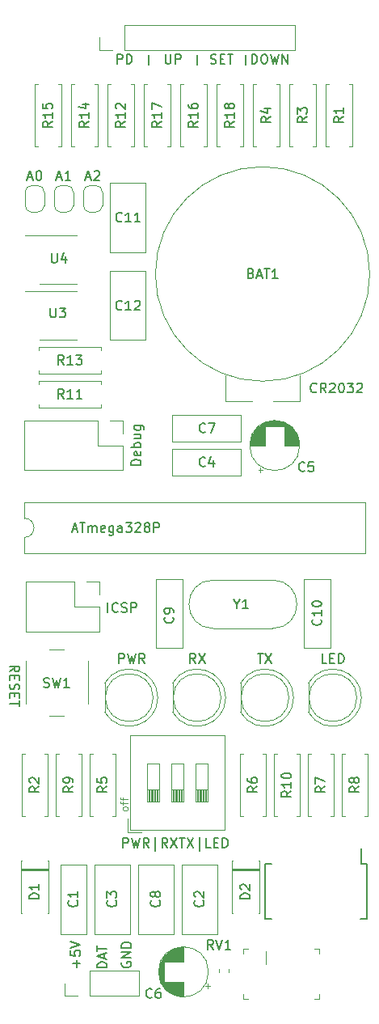
<source format=gto>
G04 #@! TF.GenerationSoftware,KiCad,Pcbnew,6.0.7-f9a2dced07~116~ubuntu20.04.1*
G04 #@! TF.CreationDate,2022-09-25T20:21:23+02:00*
G04 #@! TF.ProjectId,Wordclock,576f7264-636c-46f6-936b-2e6b69636164,v01.3*
G04 #@! TF.SameCoordinates,Original*
G04 #@! TF.FileFunction,Legend,Top*
G04 #@! TF.FilePolarity,Positive*
%FSLAX46Y46*%
G04 Gerber Fmt 4.6, Leading zero omitted, Abs format (unit mm)*
G04 Created by KiCad (PCBNEW 6.0.7-f9a2dced07~116~ubuntu20.04.1) date 2022-09-25 20:21:23*
%MOMM*%
%LPD*%
G01*
G04 APERTURE LIST*
%ADD10C,0.150000*%
%ADD11C,0.120000*%
%ADD12C,0.100000*%
G04 APERTURE END LIST*
D10*
X160401000Y-51308000D02*
X160401000Y-52324000D01*
X150241000Y-51308000D02*
X150241000Y-52324000D01*
X155321000Y-51308000D02*
X155321000Y-52324000D01*
X151995285Y-51268380D02*
X151995285Y-52077904D01*
X152042904Y-52173142D01*
X152090523Y-52220761D01*
X152185761Y-52268380D01*
X152376238Y-52268380D01*
X152471476Y-52220761D01*
X152519095Y-52173142D01*
X152566714Y-52077904D01*
X152566714Y-51268380D01*
X153042904Y-52268380D02*
X153042904Y-51268380D01*
X153423857Y-51268380D01*
X153519095Y-51316000D01*
X153566714Y-51363619D01*
X153614333Y-51458857D01*
X153614333Y-51601714D01*
X153566714Y-51696952D01*
X153519095Y-51744571D01*
X153423857Y-51792190D01*
X153042904Y-51792190D01*
X145867380Y-146867428D02*
X144867380Y-146867428D01*
X144867380Y-146629333D01*
X144915000Y-146486476D01*
X145010238Y-146391238D01*
X145105476Y-146343619D01*
X145295952Y-146296000D01*
X145438809Y-146296000D01*
X145629285Y-146343619D01*
X145724523Y-146391238D01*
X145819761Y-146486476D01*
X145867380Y-146629333D01*
X145867380Y-146867428D01*
X145581666Y-145915047D02*
X145581666Y-145438857D01*
X145867380Y-146010285D02*
X144867380Y-145676952D01*
X145867380Y-145343619D01*
X144867380Y-145153142D02*
X144867380Y-144581714D01*
X145867380Y-144867428D02*
X144867380Y-144867428D01*
X147558809Y-134310380D02*
X147558809Y-133310380D01*
X147939761Y-133310380D01*
X148035000Y-133358000D01*
X148082619Y-133405619D01*
X148130238Y-133500857D01*
X148130238Y-133643714D01*
X148082619Y-133738952D01*
X148035000Y-133786571D01*
X147939761Y-133834190D01*
X147558809Y-133834190D01*
X148463571Y-133310380D02*
X148701666Y-134310380D01*
X148892142Y-133596095D01*
X149082619Y-134310380D01*
X149320714Y-133310380D01*
X150273095Y-134310380D02*
X149939761Y-133834190D01*
X149701666Y-134310380D02*
X149701666Y-133310380D01*
X150082619Y-133310380D01*
X150177857Y-133358000D01*
X150225476Y-133405619D01*
X150273095Y-133500857D01*
X150273095Y-133643714D01*
X150225476Y-133738952D01*
X150177857Y-133786571D01*
X150082619Y-133834190D01*
X149701666Y-133834190D01*
X150939761Y-134643714D02*
X150939761Y-133215142D01*
X152225476Y-134310380D02*
X151892142Y-133834190D01*
X151654047Y-134310380D02*
X151654047Y-133310380D01*
X152035000Y-133310380D01*
X152130238Y-133358000D01*
X152177857Y-133405619D01*
X152225476Y-133500857D01*
X152225476Y-133643714D01*
X152177857Y-133738952D01*
X152130238Y-133786571D01*
X152035000Y-133834190D01*
X151654047Y-133834190D01*
X152558809Y-133310380D02*
X153225476Y-134310380D01*
X153225476Y-133310380D02*
X152558809Y-134310380D01*
X153463571Y-133310380D02*
X154035000Y-133310380D01*
X153749285Y-134310380D02*
X153749285Y-133310380D01*
X154273095Y-133310380D02*
X154939761Y-134310380D01*
X154939761Y-133310380D02*
X154273095Y-134310380D01*
X155558809Y-134643714D02*
X155558809Y-133215142D01*
X156749285Y-134310380D02*
X156273095Y-134310380D01*
X156273095Y-133310380D01*
X157082619Y-133786571D02*
X157415952Y-133786571D01*
X157558809Y-134310380D02*
X157082619Y-134310380D01*
X157082619Y-133310380D01*
X157558809Y-133310380D01*
X157987380Y-134310380D02*
X157987380Y-133310380D01*
X158225476Y-133310380D01*
X158368333Y-133358000D01*
X158463571Y-133453238D01*
X158511190Y-133548476D01*
X158558809Y-133738952D01*
X158558809Y-133881809D01*
X158511190Y-134072285D01*
X158463571Y-134167523D01*
X158368333Y-134262761D01*
X158225476Y-134310380D01*
X157987380Y-134310380D01*
X161060047Y-52268380D02*
X161060047Y-51268380D01*
X161298142Y-51268380D01*
X161441000Y-51316000D01*
X161536238Y-51411238D01*
X161583857Y-51506476D01*
X161631476Y-51696952D01*
X161631476Y-51839809D01*
X161583857Y-52030285D01*
X161536238Y-52125523D01*
X161441000Y-52220761D01*
X161298142Y-52268380D01*
X161060047Y-52268380D01*
X162250523Y-51268380D02*
X162441000Y-51268380D01*
X162536238Y-51316000D01*
X162631476Y-51411238D01*
X162679095Y-51601714D01*
X162679095Y-51935047D01*
X162631476Y-52125523D01*
X162536238Y-52220761D01*
X162441000Y-52268380D01*
X162250523Y-52268380D01*
X162155285Y-52220761D01*
X162060047Y-52125523D01*
X162012428Y-51935047D01*
X162012428Y-51601714D01*
X162060047Y-51411238D01*
X162155285Y-51316000D01*
X162250523Y-51268380D01*
X163012428Y-51268380D02*
X163250523Y-52268380D01*
X163441000Y-51554095D01*
X163631476Y-52268380D01*
X163869571Y-51268380D01*
X164250523Y-52268380D02*
X164250523Y-51268380D01*
X164821952Y-52268380D01*
X164821952Y-51268380D01*
X156741952Y-52220761D02*
X156884809Y-52268380D01*
X157122904Y-52268380D01*
X157218142Y-52220761D01*
X157265761Y-52173142D01*
X157313380Y-52077904D01*
X157313380Y-51982666D01*
X157265761Y-51887428D01*
X157218142Y-51839809D01*
X157122904Y-51792190D01*
X156932428Y-51744571D01*
X156837190Y-51696952D01*
X156789571Y-51649333D01*
X156741952Y-51554095D01*
X156741952Y-51458857D01*
X156789571Y-51363619D01*
X156837190Y-51316000D01*
X156932428Y-51268380D01*
X157170523Y-51268380D01*
X157313380Y-51316000D01*
X157741952Y-51744571D02*
X158075285Y-51744571D01*
X158218142Y-52268380D02*
X157741952Y-52268380D01*
X157741952Y-51268380D01*
X158218142Y-51268380D01*
X158503857Y-51268380D02*
X159075285Y-51268380D01*
X158789571Y-52268380D02*
X158789571Y-51268380D01*
X167830761Y-86590142D02*
X167783142Y-86637761D01*
X167640285Y-86685380D01*
X167545047Y-86685380D01*
X167402190Y-86637761D01*
X167306952Y-86542523D01*
X167259333Y-86447285D01*
X167211714Y-86256809D01*
X167211714Y-86113952D01*
X167259333Y-85923476D01*
X167306952Y-85828238D01*
X167402190Y-85733000D01*
X167545047Y-85685380D01*
X167640285Y-85685380D01*
X167783142Y-85733000D01*
X167830761Y-85780619D01*
X168830761Y-86685380D02*
X168497428Y-86209190D01*
X168259333Y-86685380D02*
X168259333Y-85685380D01*
X168640285Y-85685380D01*
X168735523Y-85733000D01*
X168783142Y-85780619D01*
X168830761Y-85875857D01*
X168830761Y-86018714D01*
X168783142Y-86113952D01*
X168735523Y-86161571D01*
X168640285Y-86209190D01*
X168259333Y-86209190D01*
X169211714Y-85780619D02*
X169259333Y-85733000D01*
X169354571Y-85685380D01*
X169592666Y-85685380D01*
X169687904Y-85733000D01*
X169735523Y-85780619D01*
X169783142Y-85875857D01*
X169783142Y-85971095D01*
X169735523Y-86113952D01*
X169164095Y-86685380D01*
X169783142Y-86685380D01*
X170402190Y-85685380D02*
X170497428Y-85685380D01*
X170592666Y-85733000D01*
X170640285Y-85780619D01*
X170687904Y-85875857D01*
X170735523Y-86066333D01*
X170735523Y-86304428D01*
X170687904Y-86494904D01*
X170640285Y-86590142D01*
X170592666Y-86637761D01*
X170497428Y-86685380D01*
X170402190Y-86685380D01*
X170306952Y-86637761D01*
X170259333Y-86590142D01*
X170211714Y-86494904D01*
X170164095Y-86304428D01*
X170164095Y-86066333D01*
X170211714Y-85875857D01*
X170259333Y-85780619D01*
X170306952Y-85733000D01*
X170402190Y-85685380D01*
X171068857Y-85685380D02*
X171687904Y-85685380D01*
X171354571Y-86066333D01*
X171497428Y-86066333D01*
X171592666Y-86113952D01*
X171640285Y-86161571D01*
X171687904Y-86256809D01*
X171687904Y-86494904D01*
X171640285Y-86590142D01*
X171592666Y-86637761D01*
X171497428Y-86685380D01*
X171211714Y-86685380D01*
X171116476Y-86637761D01*
X171068857Y-86590142D01*
X172068857Y-85780619D02*
X172116476Y-85733000D01*
X172211714Y-85685380D01*
X172449809Y-85685380D01*
X172545047Y-85733000D01*
X172592666Y-85780619D01*
X172640285Y-85875857D01*
X172640285Y-85971095D01*
X172592666Y-86113952D01*
X172021238Y-86685380D01*
X172640285Y-86685380D01*
X142692428Y-146827714D02*
X142692428Y-146065809D01*
X143073380Y-146446761D02*
X142311476Y-146446761D01*
X142073380Y-145113428D02*
X142073380Y-145589619D01*
X142549571Y-145637238D01*
X142501952Y-145589619D01*
X142454333Y-145494380D01*
X142454333Y-145256285D01*
X142501952Y-145161047D01*
X142549571Y-145113428D01*
X142644809Y-145065809D01*
X142882904Y-145065809D01*
X142978142Y-145113428D01*
X143025761Y-145161047D01*
X143073380Y-145256285D01*
X143073380Y-145494380D01*
X143025761Y-145589619D01*
X142978142Y-145637238D01*
X142073380Y-144780095D02*
X143073380Y-144446761D01*
X142073380Y-144113428D01*
X147455000Y-146303904D02*
X147407380Y-146399142D01*
X147407380Y-146542000D01*
X147455000Y-146684857D01*
X147550238Y-146780095D01*
X147645476Y-146827714D01*
X147835952Y-146875333D01*
X147978809Y-146875333D01*
X148169285Y-146827714D01*
X148264523Y-146780095D01*
X148359761Y-146684857D01*
X148407380Y-146542000D01*
X148407380Y-146446761D01*
X148359761Y-146303904D01*
X148312142Y-146256285D01*
X147978809Y-146256285D01*
X147978809Y-146446761D01*
X148407380Y-145827714D02*
X147407380Y-145827714D01*
X148407380Y-145256285D01*
X147407380Y-145256285D01*
X148407380Y-144780095D02*
X147407380Y-144780095D01*
X147407380Y-144542000D01*
X147455000Y-144399142D01*
X147550238Y-144303904D01*
X147645476Y-144256285D01*
X147835952Y-144208666D01*
X147978809Y-144208666D01*
X148169285Y-144256285D01*
X148264523Y-144303904D01*
X148359761Y-144399142D01*
X148407380Y-144542000D01*
X148407380Y-144780095D01*
X146939095Y-52268380D02*
X146939095Y-51268380D01*
X147320047Y-51268380D01*
X147415285Y-51316000D01*
X147462904Y-51363619D01*
X147510523Y-51458857D01*
X147510523Y-51601714D01*
X147462904Y-51696952D01*
X147415285Y-51744571D01*
X147320047Y-51792190D01*
X146939095Y-51792190D01*
X147939095Y-52268380D02*
X147939095Y-51268380D01*
X148177190Y-51268380D01*
X148320047Y-51316000D01*
X148415285Y-51411238D01*
X148462904Y-51506476D01*
X148510523Y-51696952D01*
X148510523Y-51839809D01*
X148462904Y-52030285D01*
X148415285Y-52125523D01*
X148320047Y-52220761D01*
X148177190Y-52268380D01*
X147939095Y-52268380D01*
X160964714Y-74198171D02*
X161107571Y-74245790D01*
X161155190Y-74293409D01*
X161202809Y-74388647D01*
X161202809Y-74531504D01*
X161155190Y-74626742D01*
X161107571Y-74674361D01*
X161012333Y-74721980D01*
X160631380Y-74721980D01*
X160631380Y-73721980D01*
X160964714Y-73721980D01*
X161059952Y-73769600D01*
X161107571Y-73817219D01*
X161155190Y-73912457D01*
X161155190Y-74007695D01*
X161107571Y-74102933D01*
X161059952Y-74150552D01*
X160964714Y-74198171D01*
X160631380Y-74198171D01*
X161583761Y-74436266D02*
X162059952Y-74436266D01*
X161488523Y-74721980D02*
X161821857Y-73721980D01*
X162155190Y-74721980D01*
X162345666Y-73721980D02*
X162917095Y-73721980D01*
X162631380Y-74721980D02*
X162631380Y-73721980D01*
X163774238Y-74721980D02*
X163202809Y-74721980D01*
X163488523Y-74721980D02*
X163488523Y-73721980D01*
X163393285Y-73864838D01*
X163298047Y-73960076D01*
X163202809Y-74007695D01*
X142724142Y-139866666D02*
X142771761Y-139914285D01*
X142819380Y-140057142D01*
X142819380Y-140152380D01*
X142771761Y-140295238D01*
X142676523Y-140390476D01*
X142581285Y-140438095D01*
X142390809Y-140485714D01*
X142247952Y-140485714D01*
X142057476Y-140438095D01*
X141962238Y-140390476D01*
X141867000Y-140295238D01*
X141819380Y-140152380D01*
X141819380Y-140057142D01*
X141867000Y-139914285D01*
X141914619Y-139866666D01*
X142819380Y-138914285D02*
X142819380Y-139485714D01*
X142819380Y-139200000D02*
X141819380Y-139200000D01*
X141962238Y-139295238D01*
X142057476Y-139390476D01*
X142105095Y-139485714D01*
X155932142Y-139866666D02*
X155979761Y-139914285D01*
X156027380Y-140057142D01*
X156027380Y-140152380D01*
X155979761Y-140295238D01*
X155884523Y-140390476D01*
X155789285Y-140438095D01*
X155598809Y-140485714D01*
X155455952Y-140485714D01*
X155265476Y-140438095D01*
X155170238Y-140390476D01*
X155075000Y-140295238D01*
X155027380Y-140152380D01*
X155027380Y-140057142D01*
X155075000Y-139914285D01*
X155122619Y-139866666D01*
X155122619Y-139485714D02*
X155075000Y-139438095D01*
X155027380Y-139342857D01*
X155027380Y-139104761D01*
X155075000Y-139009523D01*
X155122619Y-138961904D01*
X155217857Y-138914285D01*
X155313095Y-138914285D01*
X155455952Y-138961904D01*
X156027380Y-139533333D01*
X156027380Y-138914285D01*
X146788142Y-139866666D02*
X146835761Y-139914285D01*
X146883380Y-140057142D01*
X146883380Y-140152380D01*
X146835761Y-140295238D01*
X146740523Y-140390476D01*
X146645285Y-140438095D01*
X146454809Y-140485714D01*
X146311952Y-140485714D01*
X146121476Y-140438095D01*
X146026238Y-140390476D01*
X145931000Y-140295238D01*
X145883380Y-140152380D01*
X145883380Y-140057142D01*
X145931000Y-139914285D01*
X145978619Y-139866666D01*
X145883380Y-139533333D02*
X145883380Y-138914285D01*
X146264333Y-139247619D01*
X146264333Y-139104761D01*
X146311952Y-139009523D01*
X146359571Y-138961904D01*
X146454809Y-138914285D01*
X146692904Y-138914285D01*
X146788142Y-138961904D01*
X146835761Y-139009523D01*
X146883380Y-139104761D01*
X146883380Y-139390476D01*
X146835761Y-139485714D01*
X146788142Y-139533333D01*
X166584333Y-94845142D02*
X166536714Y-94892761D01*
X166393857Y-94940380D01*
X166298619Y-94940380D01*
X166155761Y-94892761D01*
X166060523Y-94797523D01*
X166012904Y-94702285D01*
X165965285Y-94511809D01*
X165965285Y-94368952D01*
X166012904Y-94178476D01*
X166060523Y-94083238D01*
X166155761Y-93988000D01*
X166298619Y-93940380D01*
X166393857Y-93940380D01*
X166536714Y-93988000D01*
X166584333Y-94035619D01*
X167489095Y-93940380D02*
X167012904Y-93940380D01*
X166965285Y-94416571D01*
X167012904Y-94368952D01*
X167108142Y-94321333D01*
X167346238Y-94321333D01*
X167441476Y-94368952D01*
X167489095Y-94416571D01*
X167536714Y-94511809D01*
X167536714Y-94749904D01*
X167489095Y-94845142D01*
X167441476Y-94892761D01*
X167346238Y-94940380D01*
X167108142Y-94940380D01*
X167012904Y-94892761D01*
X166965285Y-94845142D01*
X150582333Y-149963142D02*
X150534714Y-150010761D01*
X150391857Y-150058380D01*
X150296619Y-150058380D01*
X150153761Y-150010761D01*
X150058523Y-149915523D01*
X150010904Y-149820285D01*
X149963285Y-149629809D01*
X149963285Y-149486952D01*
X150010904Y-149296476D01*
X150058523Y-149201238D01*
X150153761Y-149106000D01*
X150296619Y-149058380D01*
X150391857Y-149058380D01*
X150534714Y-149106000D01*
X150582333Y-149153619D01*
X151439476Y-149058380D02*
X151249000Y-149058380D01*
X151153761Y-149106000D01*
X151106142Y-149153619D01*
X151010904Y-149296476D01*
X150963285Y-149486952D01*
X150963285Y-149867904D01*
X151010904Y-149963142D01*
X151058523Y-150010761D01*
X151153761Y-150058380D01*
X151344238Y-150058380D01*
X151439476Y-150010761D01*
X151487095Y-149963142D01*
X151534714Y-149867904D01*
X151534714Y-149629809D01*
X151487095Y-149534571D01*
X151439476Y-149486952D01*
X151344238Y-149439333D01*
X151153761Y-149439333D01*
X151058523Y-149486952D01*
X151010904Y-149534571D01*
X150963285Y-149629809D01*
X151360142Y-139866666D02*
X151407761Y-139914285D01*
X151455380Y-140057142D01*
X151455380Y-140152380D01*
X151407761Y-140295238D01*
X151312523Y-140390476D01*
X151217285Y-140438095D01*
X151026809Y-140485714D01*
X150883952Y-140485714D01*
X150693476Y-140438095D01*
X150598238Y-140390476D01*
X150503000Y-140295238D01*
X150455380Y-140152380D01*
X150455380Y-140057142D01*
X150503000Y-139914285D01*
X150550619Y-139866666D01*
X150883952Y-139295238D02*
X150836333Y-139390476D01*
X150788714Y-139438095D01*
X150693476Y-139485714D01*
X150645857Y-139485714D01*
X150550619Y-139438095D01*
X150503000Y-139390476D01*
X150455380Y-139295238D01*
X150455380Y-139104761D01*
X150503000Y-139009523D01*
X150550619Y-138961904D01*
X150645857Y-138914285D01*
X150693476Y-138914285D01*
X150788714Y-138961904D01*
X150836333Y-139009523D01*
X150883952Y-139104761D01*
X150883952Y-139295238D01*
X150931571Y-139390476D01*
X150979190Y-139438095D01*
X151074428Y-139485714D01*
X151264904Y-139485714D01*
X151360142Y-139438095D01*
X151407761Y-139390476D01*
X151455380Y-139295238D01*
X151455380Y-139104761D01*
X151407761Y-139009523D01*
X151360142Y-138961904D01*
X151264904Y-138914285D01*
X151074428Y-138914285D01*
X150979190Y-138961904D01*
X150931571Y-139009523D01*
X150883952Y-139104761D01*
X152757142Y-110195666D02*
X152804761Y-110243285D01*
X152852380Y-110386142D01*
X152852380Y-110481380D01*
X152804761Y-110624238D01*
X152709523Y-110719476D01*
X152614285Y-110767095D01*
X152423809Y-110814714D01*
X152280952Y-110814714D01*
X152090476Y-110767095D01*
X151995238Y-110719476D01*
X151900000Y-110624238D01*
X151852380Y-110481380D01*
X151852380Y-110386142D01*
X151900000Y-110243285D01*
X151947619Y-110195666D01*
X152852380Y-109719476D02*
X152852380Y-109529000D01*
X152804761Y-109433761D01*
X152757142Y-109386142D01*
X152614285Y-109290904D01*
X152423809Y-109243285D01*
X152042857Y-109243285D01*
X151947619Y-109290904D01*
X151900000Y-109338523D01*
X151852380Y-109433761D01*
X151852380Y-109624238D01*
X151900000Y-109719476D01*
X151947619Y-109767095D01*
X152042857Y-109814714D01*
X152280952Y-109814714D01*
X152376190Y-109767095D01*
X152423809Y-109719476D01*
X152471428Y-109624238D01*
X152471428Y-109433761D01*
X152423809Y-109338523D01*
X152376190Y-109290904D01*
X152280952Y-109243285D01*
X168251142Y-110417857D02*
X168298761Y-110465476D01*
X168346380Y-110608333D01*
X168346380Y-110703571D01*
X168298761Y-110846428D01*
X168203523Y-110941666D01*
X168108285Y-110989285D01*
X167917809Y-111036904D01*
X167774952Y-111036904D01*
X167584476Y-110989285D01*
X167489238Y-110941666D01*
X167394000Y-110846428D01*
X167346380Y-110703571D01*
X167346380Y-110608333D01*
X167394000Y-110465476D01*
X167441619Y-110417857D01*
X168346380Y-109465476D02*
X168346380Y-110036904D01*
X168346380Y-109751190D02*
X167346380Y-109751190D01*
X167489238Y-109846428D01*
X167584476Y-109941666D01*
X167632095Y-110036904D01*
X167346380Y-108846428D02*
X167346380Y-108751190D01*
X167394000Y-108655952D01*
X167441619Y-108608333D01*
X167536857Y-108560714D01*
X167727333Y-108513095D01*
X167965428Y-108513095D01*
X168155904Y-108560714D01*
X168251142Y-108608333D01*
X168298761Y-108655952D01*
X168346380Y-108751190D01*
X168346380Y-108846428D01*
X168298761Y-108941666D01*
X168251142Y-108989285D01*
X168155904Y-109036904D01*
X167965428Y-109084523D01*
X167727333Y-109084523D01*
X167536857Y-109036904D01*
X167441619Y-108989285D01*
X167394000Y-108941666D01*
X167346380Y-108846428D01*
X147439142Y-68723142D02*
X147391523Y-68770761D01*
X147248666Y-68818380D01*
X147153428Y-68818380D01*
X147010571Y-68770761D01*
X146915333Y-68675523D01*
X146867714Y-68580285D01*
X146820095Y-68389809D01*
X146820095Y-68246952D01*
X146867714Y-68056476D01*
X146915333Y-67961238D01*
X147010571Y-67866000D01*
X147153428Y-67818380D01*
X147248666Y-67818380D01*
X147391523Y-67866000D01*
X147439142Y-67913619D01*
X148391523Y-68818380D02*
X147820095Y-68818380D01*
X148105809Y-68818380D02*
X148105809Y-67818380D01*
X148010571Y-67961238D01*
X147915333Y-68056476D01*
X147820095Y-68104095D01*
X149343904Y-68818380D02*
X148772476Y-68818380D01*
X149058190Y-68818380D02*
X149058190Y-67818380D01*
X148962952Y-67961238D01*
X148867714Y-68056476D01*
X148772476Y-68104095D01*
X147439142Y-77954142D02*
X147391523Y-78001761D01*
X147248666Y-78049380D01*
X147153428Y-78049380D01*
X147010571Y-78001761D01*
X146915333Y-77906523D01*
X146867714Y-77811285D01*
X146820095Y-77620809D01*
X146820095Y-77477952D01*
X146867714Y-77287476D01*
X146915333Y-77192238D01*
X147010571Y-77097000D01*
X147153428Y-77049380D01*
X147248666Y-77049380D01*
X147391523Y-77097000D01*
X147439142Y-77144619D01*
X148391523Y-78049380D02*
X147820095Y-78049380D01*
X148105809Y-78049380D02*
X148105809Y-77049380D01*
X148010571Y-77192238D01*
X147915333Y-77287476D01*
X147820095Y-77335095D01*
X148772476Y-77144619D02*
X148820095Y-77097000D01*
X148915333Y-77049380D01*
X149153428Y-77049380D01*
X149248666Y-77097000D01*
X149296285Y-77144619D01*
X149343904Y-77239857D01*
X149343904Y-77335095D01*
X149296285Y-77477952D01*
X148724857Y-78049380D01*
X149343904Y-78049380D01*
X143684714Y-64174666D02*
X144160904Y-64174666D01*
X143589476Y-64460380D02*
X143922809Y-63460380D01*
X144256142Y-64460380D01*
X144541857Y-63555619D02*
X144589476Y-63508000D01*
X144684714Y-63460380D01*
X144922809Y-63460380D01*
X145018047Y-63508000D01*
X145065666Y-63555619D01*
X145113285Y-63650857D01*
X145113285Y-63746095D01*
X145065666Y-63888952D01*
X144494238Y-64460380D01*
X145113285Y-64460380D01*
X140636714Y-64174666D02*
X141112904Y-64174666D01*
X140541476Y-64460380D02*
X140874809Y-63460380D01*
X141208142Y-64460380D01*
X142065285Y-64460380D02*
X141493857Y-64460380D01*
X141779571Y-64460380D02*
X141779571Y-63460380D01*
X141684333Y-63603238D01*
X141589095Y-63698476D01*
X141493857Y-63746095D01*
X137588714Y-64174666D02*
X138064904Y-64174666D01*
X137493476Y-64460380D02*
X137826809Y-63460380D01*
X138160142Y-64460380D01*
X138683952Y-63460380D02*
X138779190Y-63460380D01*
X138874428Y-63508000D01*
X138922047Y-63555619D01*
X138969666Y-63650857D01*
X139017285Y-63841333D01*
X139017285Y-64079428D01*
X138969666Y-64269904D01*
X138922047Y-64365142D01*
X138874428Y-64412761D01*
X138779190Y-64460380D01*
X138683952Y-64460380D01*
X138588714Y-64412761D01*
X138541095Y-64365142D01*
X138493476Y-64269904D01*
X138445857Y-64079428D01*
X138445857Y-63841333D01*
X138493476Y-63650857D01*
X138541095Y-63555619D01*
X138588714Y-63508000D01*
X138683952Y-63460380D01*
X168902142Y-115006380D02*
X168425952Y-115006380D01*
X168425952Y-114006380D01*
X169235476Y-114482571D02*
X169568809Y-114482571D01*
X169711666Y-115006380D02*
X169235476Y-115006380D01*
X169235476Y-114006380D01*
X169711666Y-114006380D01*
X170140238Y-115006380D02*
X170140238Y-114006380D01*
X170378333Y-114006380D01*
X170521190Y-114054000D01*
X170616428Y-114149238D01*
X170664047Y-114244476D01*
X170711666Y-114434952D01*
X170711666Y-114577809D01*
X170664047Y-114768285D01*
X170616428Y-114863523D01*
X170521190Y-114958761D01*
X170378333Y-115006380D01*
X170140238Y-115006380D01*
X147129666Y-115006380D02*
X147129666Y-114006380D01*
X147510619Y-114006380D01*
X147605857Y-114054000D01*
X147653476Y-114101619D01*
X147701095Y-114196857D01*
X147701095Y-114339714D01*
X147653476Y-114434952D01*
X147605857Y-114482571D01*
X147510619Y-114530190D01*
X147129666Y-114530190D01*
X148034428Y-114006380D02*
X148272523Y-115006380D01*
X148463000Y-114292095D01*
X148653476Y-115006380D01*
X148891571Y-114006380D01*
X149843952Y-115006380D02*
X149510619Y-114530190D01*
X149272523Y-115006380D02*
X149272523Y-114006380D01*
X149653476Y-114006380D01*
X149748714Y-114054000D01*
X149796333Y-114101619D01*
X149843952Y-114196857D01*
X149843952Y-114339714D01*
X149796333Y-114434952D01*
X149748714Y-114482571D01*
X149653476Y-114530190D01*
X149272523Y-114530190D01*
X138755380Y-127928666D02*
X138279190Y-128262000D01*
X138755380Y-128500095D02*
X137755380Y-128500095D01*
X137755380Y-128119142D01*
X137803000Y-128023904D01*
X137850619Y-127976285D01*
X137945857Y-127928666D01*
X138088714Y-127928666D01*
X138183952Y-127976285D01*
X138231571Y-128023904D01*
X138279190Y-128119142D01*
X138279190Y-128500095D01*
X137850619Y-127547714D02*
X137803000Y-127500095D01*
X137755380Y-127404857D01*
X137755380Y-127166761D01*
X137803000Y-127071523D01*
X137850619Y-127023904D01*
X137945857Y-126976285D01*
X138041095Y-126976285D01*
X138183952Y-127023904D01*
X138755380Y-127595333D01*
X138755380Y-126976285D01*
X145867380Y-127928666D02*
X145391190Y-128262000D01*
X145867380Y-128500095D02*
X144867380Y-128500095D01*
X144867380Y-128119142D01*
X144915000Y-128023904D01*
X144962619Y-127976285D01*
X145057857Y-127928666D01*
X145200714Y-127928666D01*
X145295952Y-127976285D01*
X145343571Y-128023904D01*
X145391190Y-128119142D01*
X145391190Y-128500095D01*
X144867380Y-127023904D02*
X144867380Y-127500095D01*
X145343571Y-127547714D01*
X145295952Y-127500095D01*
X145248333Y-127404857D01*
X145248333Y-127166761D01*
X145295952Y-127071523D01*
X145343571Y-127023904D01*
X145438809Y-126976285D01*
X145676904Y-126976285D01*
X145772142Y-127023904D01*
X145819761Y-127071523D01*
X145867380Y-127166761D01*
X145867380Y-127404857D01*
X145819761Y-127500095D01*
X145772142Y-127547714D01*
X161615380Y-127928666D02*
X161139190Y-128262000D01*
X161615380Y-128500095D02*
X160615380Y-128500095D01*
X160615380Y-128119142D01*
X160663000Y-128023904D01*
X160710619Y-127976285D01*
X160805857Y-127928666D01*
X160948714Y-127928666D01*
X161043952Y-127976285D01*
X161091571Y-128023904D01*
X161139190Y-128119142D01*
X161139190Y-128500095D01*
X160615380Y-127071523D02*
X160615380Y-127262000D01*
X160663000Y-127357238D01*
X160710619Y-127404857D01*
X160853476Y-127500095D01*
X161043952Y-127547714D01*
X161424904Y-127547714D01*
X161520142Y-127500095D01*
X161567761Y-127452476D01*
X161615380Y-127357238D01*
X161615380Y-127166761D01*
X161567761Y-127071523D01*
X161520142Y-127023904D01*
X161424904Y-126976285D01*
X161186809Y-126976285D01*
X161091571Y-127023904D01*
X161043952Y-127071523D01*
X160996333Y-127166761D01*
X160996333Y-127357238D01*
X161043952Y-127452476D01*
X161091571Y-127500095D01*
X161186809Y-127547714D01*
X168727380Y-127928666D02*
X168251190Y-128262000D01*
X168727380Y-128500095D02*
X167727380Y-128500095D01*
X167727380Y-128119142D01*
X167775000Y-128023904D01*
X167822619Y-127976285D01*
X167917857Y-127928666D01*
X168060714Y-127928666D01*
X168155952Y-127976285D01*
X168203571Y-128023904D01*
X168251190Y-128119142D01*
X168251190Y-128500095D01*
X167727380Y-127595333D02*
X167727380Y-126928666D01*
X168727380Y-127357238D01*
X172283380Y-127928666D02*
X171807190Y-128262000D01*
X172283380Y-128500095D02*
X171283380Y-128500095D01*
X171283380Y-128119142D01*
X171331000Y-128023904D01*
X171378619Y-127976285D01*
X171473857Y-127928666D01*
X171616714Y-127928666D01*
X171711952Y-127976285D01*
X171759571Y-128023904D01*
X171807190Y-128119142D01*
X171807190Y-128500095D01*
X171711952Y-127357238D02*
X171664333Y-127452476D01*
X171616714Y-127500095D01*
X171521476Y-127547714D01*
X171473857Y-127547714D01*
X171378619Y-127500095D01*
X171331000Y-127452476D01*
X171283380Y-127357238D01*
X171283380Y-127166761D01*
X171331000Y-127071523D01*
X171378619Y-127023904D01*
X171473857Y-126976285D01*
X171521476Y-126976285D01*
X171616714Y-127023904D01*
X171664333Y-127071523D01*
X171711952Y-127166761D01*
X171711952Y-127357238D01*
X171759571Y-127452476D01*
X171807190Y-127500095D01*
X171902428Y-127547714D01*
X172092904Y-127547714D01*
X172188142Y-127500095D01*
X172235761Y-127452476D01*
X172283380Y-127357238D01*
X172283380Y-127166761D01*
X172235761Y-127071523D01*
X172188142Y-127023904D01*
X172092904Y-126976285D01*
X171902428Y-126976285D01*
X171807190Y-127023904D01*
X171759571Y-127071523D01*
X171711952Y-127166761D01*
X142311380Y-127928666D02*
X141835190Y-128262000D01*
X142311380Y-128500095D02*
X141311380Y-128500095D01*
X141311380Y-128119142D01*
X141359000Y-128023904D01*
X141406619Y-127976285D01*
X141501857Y-127928666D01*
X141644714Y-127928666D01*
X141739952Y-127976285D01*
X141787571Y-128023904D01*
X141835190Y-128119142D01*
X141835190Y-128500095D01*
X142311380Y-127452476D02*
X142311380Y-127262000D01*
X142263761Y-127166761D01*
X142216142Y-127119142D01*
X142073285Y-127023904D01*
X141882809Y-126976285D01*
X141501857Y-126976285D01*
X141406619Y-127023904D01*
X141359000Y-127071523D01*
X141311380Y-127166761D01*
X141311380Y-127357238D01*
X141359000Y-127452476D01*
X141406619Y-127500095D01*
X141501857Y-127547714D01*
X141739952Y-127547714D01*
X141835190Y-127500095D01*
X141882809Y-127452476D01*
X141930428Y-127357238D01*
X141930428Y-127166761D01*
X141882809Y-127071523D01*
X141835190Y-127023904D01*
X141739952Y-126976285D01*
X165171380Y-128404857D02*
X164695190Y-128738190D01*
X165171380Y-128976285D02*
X164171380Y-128976285D01*
X164171380Y-128595333D01*
X164219000Y-128500095D01*
X164266619Y-128452476D01*
X164361857Y-128404857D01*
X164504714Y-128404857D01*
X164599952Y-128452476D01*
X164647571Y-128500095D01*
X164695190Y-128595333D01*
X164695190Y-128976285D01*
X165171380Y-127452476D02*
X165171380Y-128023904D01*
X165171380Y-127738190D02*
X164171380Y-127738190D01*
X164314238Y-127833428D01*
X164409476Y-127928666D01*
X164457095Y-128023904D01*
X164171380Y-126833428D02*
X164171380Y-126738190D01*
X164219000Y-126642952D01*
X164266619Y-126595333D01*
X164361857Y-126547714D01*
X164552333Y-126500095D01*
X164790428Y-126500095D01*
X164980904Y-126547714D01*
X165076142Y-126595333D01*
X165123761Y-126642952D01*
X165171380Y-126738190D01*
X165171380Y-126833428D01*
X165123761Y-126928666D01*
X165076142Y-126976285D01*
X164980904Y-127023904D01*
X164790428Y-127071523D01*
X164552333Y-127071523D01*
X164361857Y-127023904D01*
X164266619Y-126976285D01*
X164219000Y-126928666D01*
X164171380Y-126833428D01*
X141343142Y-87320380D02*
X141009809Y-86844190D01*
X140771714Y-87320380D02*
X140771714Y-86320380D01*
X141152666Y-86320380D01*
X141247904Y-86368000D01*
X141295523Y-86415619D01*
X141343142Y-86510857D01*
X141343142Y-86653714D01*
X141295523Y-86748952D01*
X141247904Y-86796571D01*
X141152666Y-86844190D01*
X140771714Y-86844190D01*
X142295523Y-87320380D02*
X141724095Y-87320380D01*
X142009809Y-87320380D02*
X142009809Y-86320380D01*
X141914571Y-86463238D01*
X141819333Y-86558476D01*
X141724095Y-86606095D01*
X143247904Y-87320380D02*
X142676476Y-87320380D01*
X142962190Y-87320380D02*
X142962190Y-86320380D01*
X142866952Y-86463238D01*
X142771714Y-86558476D01*
X142676476Y-86606095D01*
X141343142Y-83764380D02*
X141009809Y-83288190D01*
X140771714Y-83764380D02*
X140771714Y-82764380D01*
X141152666Y-82764380D01*
X141247904Y-82812000D01*
X141295523Y-82859619D01*
X141343142Y-82954857D01*
X141343142Y-83097714D01*
X141295523Y-83192952D01*
X141247904Y-83240571D01*
X141152666Y-83288190D01*
X140771714Y-83288190D01*
X142295523Y-83764380D02*
X141724095Y-83764380D01*
X142009809Y-83764380D02*
X142009809Y-82764380D01*
X141914571Y-82907238D01*
X141819333Y-83002476D01*
X141724095Y-83050095D01*
X142628857Y-82764380D02*
X143247904Y-82764380D01*
X142914571Y-83145333D01*
X143057428Y-83145333D01*
X143152666Y-83192952D01*
X143200285Y-83240571D01*
X143247904Y-83335809D01*
X143247904Y-83573904D01*
X143200285Y-83669142D01*
X143152666Y-83716761D01*
X143057428Y-83764380D01*
X142771714Y-83764380D01*
X142676476Y-83716761D01*
X142628857Y-83669142D01*
X157011761Y-144978380D02*
X156678428Y-144502190D01*
X156440333Y-144978380D02*
X156440333Y-143978380D01*
X156821285Y-143978380D01*
X156916523Y-144026000D01*
X156964142Y-144073619D01*
X157011761Y-144168857D01*
X157011761Y-144311714D01*
X156964142Y-144406952D01*
X156916523Y-144454571D01*
X156821285Y-144502190D01*
X156440333Y-144502190D01*
X157297476Y-143978380D02*
X157630809Y-144978380D01*
X157964142Y-143978380D01*
X158821285Y-144978380D02*
X158249857Y-144978380D01*
X158535571Y-144978380D02*
X158535571Y-143978380D01*
X158440333Y-144121238D01*
X158345095Y-144216476D01*
X158249857Y-144264095D01*
X161671095Y-114006380D02*
X162242523Y-114006380D01*
X161956809Y-115006380D02*
X161956809Y-114006380D01*
X162480619Y-114006380D02*
X163147285Y-115006380D01*
X163147285Y-114006380D02*
X162480619Y-115006380D01*
D11*
X148062904Y-130308285D02*
X148024809Y-130384476D01*
X147986714Y-130422571D01*
X147910523Y-130460666D01*
X147681952Y-130460666D01*
X147605761Y-130422571D01*
X147567666Y-130384476D01*
X147529571Y-130308285D01*
X147529571Y-130194000D01*
X147567666Y-130117809D01*
X147605761Y-130079714D01*
X147681952Y-130041619D01*
X147910523Y-130041619D01*
X147986714Y-130079714D01*
X148024809Y-130117809D01*
X148062904Y-130194000D01*
X148062904Y-130308285D01*
X147529571Y-129813047D02*
X147529571Y-129508285D01*
X148062904Y-129698761D02*
X147377190Y-129698761D01*
X147301000Y-129660666D01*
X147262904Y-129584476D01*
X147262904Y-129508285D01*
X147529571Y-129355904D02*
X147529571Y-129051142D01*
X148062904Y-129241619D02*
X147377190Y-129241619D01*
X147301000Y-129203523D01*
X147262904Y-129127333D01*
X147262904Y-129051142D01*
D10*
X155154333Y-115006380D02*
X154821000Y-114530190D01*
X154582904Y-115006380D02*
X154582904Y-114006380D01*
X154963857Y-114006380D01*
X155059095Y-114054000D01*
X155106714Y-114101619D01*
X155154333Y-114196857D01*
X155154333Y-114339714D01*
X155106714Y-114434952D01*
X155059095Y-114482571D01*
X154963857Y-114530190D01*
X154582904Y-114530190D01*
X155487666Y-114006380D02*
X156154333Y-115006380D01*
X156154333Y-114006380D02*
X155487666Y-115006380D01*
X159489809Y-108815190D02*
X159489809Y-109291380D01*
X159156476Y-108291380D02*
X159489809Y-108815190D01*
X159823142Y-108291380D01*
X160680285Y-109291380D02*
X160108857Y-109291380D01*
X160394571Y-109291380D02*
X160394571Y-108291380D01*
X160299333Y-108434238D01*
X160204095Y-108529476D01*
X160108857Y-108577095D01*
X138755380Y-139676095D02*
X137755380Y-139676095D01*
X137755380Y-139438000D01*
X137803000Y-139295142D01*
X137898238Y-139199904D01*
X137993476Y-139152285D01*
X138183952Y-139104666D01*
X138326809Y-139104666D01*
X138517285Y-139152285D01*
X138612523Y-139199904D01*
X138707761Y-139295142D01*
X138755380Y-139438000D01*
X138755380Y-139676095D01*
X138755380Y-138152285D02*
X138755380Y-138723714D01*
X138755380Y-138438000D02*
X137755380Y-138438000D01*
X137898238Y-138533238D01*
X137993476Y-138628476D01*
X138041095Y-138723714D01*
X160853380Y-139676095D02*
X159853380Y-139676095D01*
X159853380Y-139438000D01*
X159901000Y-139295142D01*
X159996238Y-139199904D01*
X160091476Y-139152285D01*
X160281952Y-139104666D01*
X160424809Y-139104666D01*
X160615285Y-139152285D01*
X160710523Y-139199904D01*
X160805761Y-139295142D01*
X160853380Y-139438000D01*
X160853380Y-139676095D01*
X159948619Y-138723714D02*
X159901000Y-138676095D01*
X159853380Y-138580857D01*
X159853380Y-138342761D01*
X159901000Y-138247523D01*
X159948619Y-138199904D01*
X160043857Y-138152285D01*
X160139095Y-138152285D01*
X160281952Y-138199904D01*
X160853380Y-138771333D01*
X160853380Y-138152285D01*
X139951095Y-77811380D02*
X139951095Y-78620904D01*
X139998714Y-78716142D01*
X140046333Y-78763761D01*
X140141571Y-78811380D01*
X140332047Y-78811380D01*
X140427285Y-78763761D01*
X140474904Y-78716142D01*
X140522523Y-78620904D01*
X140522523Y-77811380D01*
X140903476Y-77811380D02*
X141522523Y-77811380D01*
X141189190Y-78192333D01*
X141332047Y-78192333D01*
X141427285Y-78239952D01*
X141474904Y-78287571D01*
X141522523Y-78382809D01*
X141522523Y-78620904D01*
X141474904Y-78716142D01*
X141427285Y-78763761D01*
X141332047Y-78811380D01*
X141046333Y-78811380D01*
X140951095Y-78763761D01*
X140903476Y-78716142D01*
X142264380Y-101004666D02*
X142740571Y-101004666D01*
X142169142Y-101290380D02*
X142502476Y-100290380D01*
X142835809Y-101290380D01*
X143026285Y-100290380D02*
X143597714Y-100290380D01*
X143312000Y-101290380D02*
X143312000Y-100290380D01*
X143931047Y-101290380D02*
X143931047Y-100623714D01*
X143931047Y-100718952D02*
X143978666Y-100671333D01*
X144073904Y-100623714D01*
X144216761Y-100623714D01*
X144312000Y-100671333D01*
X144359619Y-100766571D01*
X144359619Y-101290380D01*
X144359619Y-100766571D02*
X144407238Y-100671333D01*
X144502476Y-100623714D01*
X144645333Y-100623714D01*
X144740571Y-100671333D01*
X144788190Y-100766571D01*
X144788190Y-101290380D01*
X145645333Y-101242761D02*
X145550095Y-101290380D01*
X145359619Y-101290380D01*
X145264380Y-101242761D01*
X145216761Y-101147523D01*
X145216761Y-100766571D01*
X145264380Y-100671333D01*
X145359619Y-100623714D01*
X145550095Y-100623714D01*
X145645333Y-100671333D01*
X145692952Y-100766571D01*
X145692952Y-100861809D01*
X145216761Y-100957047D01*
X146550095Y-100623714D02*
X146550095Y-101433238D01*
X146502476Y-101528476D01*
X146454857Y-101576095D01*
X146359619Y-101623714D01*
X146216761Y-101623714D01*
X146121523Y-101576095D01*
X146550095Y-101242761D02*
X146454857Y-101290380D01*
X146264380Y-101290380D01*
X146169142Y-101242761D01*
X146121523Y-101195142D01*
X146073904Y-101099904D01*
X146073904Y-100814190D01*
X146121523Y-100718952D01*
X146169142Y-100671333D01*
X146264380Y-100623714D01*
X146454857Y-100623714D01*
X146550095Y-100671333D01*
X147454857Y-101290380D02*
X147454857Y-100766571D01*
X147407238Y-100671333D01*
X147312000Y-100623714D01*
X147121523Y-100623714D01*
X147026285Y-100671333D01*
X147454857Y-101242761D02*
X147359619Y-101290380D01*
X147121523Y-101290380D01*
X147026285Y-101242761D01*
X146978666Y-101147523D01*
X146978666Y-101052285D01*
X147026285Y-100957047D01*
X147121523Y-100909428D01*
X147359619Y-100909428D01*
X147454857Y-100861809D01*
X147835809Y-100290380D02*
X148454857Y-100290380D01*
X148121523Y-100671333D01*
X148264380Y-100671333D01*
X148359619Y-100718952D01*
X148407238Y-100766571D01*
X148454857Y-100861809D01*
X148454857Y-101099904D01*
X148407238Y-101195142D01*
X148359619Y-101242761D01*
X148264380Y-101290380D01*
X147978666Y-101290380D01*
X147883428Y-101242761D01*
X147835809Y-101195142D01*
X148835809Y-100385619D02*
X148883428Y-100338000D01*
X148978666Y-100290380D01*
X149216761Y-100290380D01*
X149312000Y-100338000D01*
X149359619Y-100385619D01*
X149407238Y-100480857D01*
X149407238Y-100576095D01*
X149359619Y-100718952D01*
X148788190Y-101290380D01*
X149407238Y-101290380D01*
X149978666Y-100718952D02*
X149883428Y-100671333D01*
X149835809Y-100623714D01*
X149788190Y-100528476D01*
X149788190Y-100480857D01*
X149835809Y-100385619D01*
X149883428Y-100338000D01*
X149978666Y-100290380D01*
X150169142Y-100290380D01*
X150264380Y-100338000D01*
X150312000Y-100385619D01*
X150359619Y-100480857D01*
X150359619Y-100528476D01*
X150312000Y-100623714D01*
X150264380Y-100671333D01*
X150169142Y-100718952D01*
X149978666Y-100718952D01*
X149883428Y-100766571D01*
X149835809Y-100814190D01*
X149788190Y-100909428D01*
X149788190Y-101099904D01*
X149835809Y-101195142D01*
X149883428Y-101242761D01*
X149978666Y-101290380D01*
X150169142Y-101290380D01*
X150264380Y-101242761D01*
X150312000Y-101195142D01*
X150359619Y-101099904D01*
X150359619Y-100909428D01*
X150312000Y-100814190D01*
X150264380Y-100766571D01*
X150169142Y-100718952D01*
X150788190Y-101290380D02*
X150788190Y-100290380D01*
X151169142Y-100290380D01*
X151264380Y-100338000D01*
X151312000Y-100385619D01*
X151359619Y-100480857D01*
X151359619Y-100623714D01*
X151312000Y-100718952D01*
X151264380Y-100766571D01*
X151169142Y-100814190D01*
X150788190Y-100814190D01*
X156170333Y-90781142D02*
X156122714Y-90828761D01*
X155979857Y-90876380D01*
X155884619Y-90876380D01*
X155741761Y-90828761D01*
X155646523Y-90733523D01*
X155598904Y-90638285D01*
X155551285Y-90447809D01*
X155551285Y-90304952D01*
X155598904Y-90114476D01*
X155646523Y-90019238D01*
X155741761Y-89924000D01*
X155884619Y-89876380D01*
X155979857Y-89876380D01*
X156122714Y-89924000D01*
X156170333Y-89971619D01*
X156503666Y-89876380D02*
X157170333Y-89876380D01*
X156741761Y-90876380D01*
X140152380Y-58300857D02*
X139676190Y-58634190D01*
X140152380Y-58872285D02*
X139152380Y-58872285D01*
X139152380Y-58491333D01*
X139200000Y-58396095D01*
X139247619Y-58348476D01*
X139342857Y-58300857D01*
X139485714Y-58300857D01*
X139580952Y-58348476D01*
X139628571Y-58396095D01*
X139676190Y-58491333D01*
X139676190Y-58872285D01*
X140152380Y-57348476D02*
X140152380Y-57919904D01*
X140152380Y-57634190D02*
X139152380Y-57634190D01*
X139295238Y-57729428D01*
X139390476Y-57824666D01*
X139438095Y-57919904D01*
X139152380Y-56443714D02*
X139152380Y-56919904D01*
X139628571Y-56967523D01*
X139580952Y-56919904D01*
X139533333Y-56824666D01*
X139533333Y-56586571D01*
X139580952Y-56491333D01*
X139628571Y-56443714D01*
X139723809Y-56396095D01*
X139961904Y-56396095D01*
X140057142Y-56443714D01*
X140104761Y-56491333D01*
X140152380Y-56586571D01*
X140152380Y-56824666D01*
X140104761Y-56919904D01*
X140057142Y-56967523D01*
X155392380Y-58300857D02*
X154916190Y-58634190D01*
X155392380Y-58872285D02*
X154392380Y-58872285D01*
X154392380Y-58491333D01*
X154440000Y-58396095D01*
X154487619Y-58348476D01*
X154582857Y-58300857D01*
X154725714Y-58300857D01*
X154820952Y-58348476D01*
X154868571Y-58396095D01*
X154916190Y-58491333D01*
X154916190Y-58872285D01*
X155392380Y-57348476D02*
X155392380Y-57919904D01*
X155392380Y-57634190D02*
X154392380Y-57634190D01*
X154535238Y-57729428D01*
X154630476Y-57824666D01*
X154678095Y-57919904D01*
X154392380Y-56491333D02*
X154392380Y-56681809D01*
X154440000Y-56777047D01*
X154487619Y-56824666D01*
X154630476Y-56919904D01*
X154820952Y-56967523D01*
X155201904Y-56967523D01*
X155297142Y-56919904D01*
X155344761Y-56872285D01*
X155392380Y-56777047D01*
X155392380Y-56586571D01*
X155344761Y-56491333D01*
X155297142Y-56443714D01*
X155201904Y-56396095D01*
X154963809Y-56396095D01*
X154868571Y-56443714D01*
X154820952Y-56491333D01*
X154773333Y-56586571D01*
X154773333Y-56777047D01*
X154820952Y-56872285D01*
X154868571Y-56919904D01*
X154963809Y-56967523D01*
X151582380Y-58300857D02*
X151106190Y-58634190D01*
X151582380Y-58872285D02*
X150582380Y-58872285D01*
X150582380Y-58491333D01*
X150630000Y-58396095D01*
X150677619Y-58348476D01*
X150772857Y-58300857D01*
X150915714Y-58300857D01*
X151010952Y-58348476D01*
X151058571Y-58396095D01*
X151106190Y-58491333D01*
X151106190Y-58872285D01*
X151582380Y-57348476D02*
X151582380Y-57919904D01*
X151582380Y-57634190D02*
X150582380Y-57634190D01*
X150725238Y-57729428D01*
X150820476Y-57824666D01*
X150868095Y-57919904D01*
X150582380Y-57015142D02*
X150582380Y-56348476D01*
X151582380Y-56777047D01*
X143962380Y-58300857D02*
X143486190Y-58634190D01*
X143962380Y-58872285D02*
X142962380Y-58872285D01*
X142962380Y-58491333D01*
X143010000Y-58396095D01*
X143057619Y-58348476D01*
X143152857Y-58300857D01*
X143295714Y-58300857D01*
X143390952Y-58348476D01*
X143438571Y-58396095D01*
X143486190Y-58491333D01*
X143486190Y-58872285D01*
X143962380Y-57348476D02*
X143962380Y-57919904D01*
X143962380Y-57634190D02*
X142962380Y-57634190D01*
X143105238Y-57729428D01*
X143200476Y-57824666D01*
X143248095Y-57919904D01*
X143295714Y-56491333D02*
X143962380Y-56491333D01*
X142914761Y-56729428D02*
X143629047Y-56967523D01*
X143629047Y-56348476D01*
X166822380Y-57824666D02*
X166346190Y-58158000D01*
X166822380Y-58396095D02*
X165822380Y-58396095D01*
X165822380Y-58015142D01*
X165870000Y-57919904D01*
X165917619Y-57872285D01*
X166012857Y-57824666D01*
X166155714Y-57824666D01*
X166250952Y-57872285D01*
X166298571Y-57919904D01*
X166346190Y-58015142D01*
X166346190Y-58396095D01*
X165822380Y-57491333D02*
X165822380Y-56872285D01*
X166203333Y-57205619D01*
X166203333Y-57062761D01*
X166250952Y-56967523D01*
X166298571Y-56919904D01*
X166393809Y-56872285D01*
X166631904Y-56872285D01*
X166727142Y-56919904D01*
X166774761Y-56967523D01*
X166822380Y-57062761D01*
X166822380Y-57348476D01*
X166774761Y-57443714D01*
X166727142Y-57491333D01*
X163012380Y-57824666D02*
X162536190Y-58158000D01*
X163012380Y-58396095D02*
X162012380Y-58396095D01*
X162012380Y-58015142D01*
X162060000Y-57919904D01*
X162107619Y-57872285D01*
X162202857Y-57824666D01*
X162345714Y-57824666D01*
X162440952Y-57872285D01*
X162488571Y-57919904D01*
X162536190Y-58015142D01*
X162536190Y-58396095D01*
X162345714Y-56967523D02*
X163012380Y-56967523D01*
X161964761Y-57205619D02*
X162679047Y-57443714D01*
X162679047Y-56824666D01*
X170632380Y-57824666D02*
X170156190Y-58158000D01*
X170632380Y-58396095D02*
X169632380Y-58396095D01*
X169632380Y-58015142D01*
X169680000Y-57919904D01*
X169727619Y-57872285D01*
X169822857Y-57824666D01*
X169965714Y-57824666D01*
X170060952Y-57872285D01*
X170108571Y-57919904D01*
X170156190Y-58015142D01*
X170156190Y-58396095D01*
X170632380Y-56872285D02*
X170632380Y-57443714D01*
X170632380Y-57158000D02*
X169632380Y-57158000D01*
X169775238Y-57253238D01*
X169870476Y-57348476D01*
X169918095Y-57443714D01*
X147772380Y-58300857D02*
X147296190Y-58634190D01*
X147772380Y-58872285D02*
X146772380Y-58872285D01*
X146772380Y-58491333D01*
X146820000Y-58396095D01*
X146867619Y-58348476D01*
X146962857Y-58300857D01*
X147105714Y-58300857D01*
X147200952Y-58348476D01*
X147248571Y-58396095D01*
X147296190Y-58491333D01*
X147296190Y-58872285D01*
X147772380Y-57348476D02*
X147772380Y-57919904D01*
X147772380Y-57634190D02*
X146772380Y-57634190D01*
X146915238Y-57729428D01*
X147010476Y-57824666D01*
X147058095Y-57919904D01*
X146867619Y-56967523D02*
X146820000Y-56919904D01*
X146772380Y-56824666D01*
X146772380Y-56586571D01*
X146820000Y-56491333D01*
X146867619Y-56443714D01*
X146962857Y-56396095D01*
X147058095Y-56396095D01*
X147200952Y-56443714D01*
X147772380Y-57015142D01*
X147772380Y-56396095D01*
X139255666Y-117498761D02*
X139398523Y-117546380D01*
X139636619Y-117546380D01*
X139731857Y-117498761D01*
X139779476Y-117451142D01*
X139827095Y-117355904D01*
X139827095Y-117260666D01*
X139779476Y-117165428D01*
X139731857Y-117117809D01*
X139636619Y-117070190D01*
X139446142Y-117022571D01*
X139350904Y-116974952D01*
X139303285Y-116927333D01*
X139255666Y-116832095D01*
X139255666Y-116736857D01*
X139303285Y-116641619D01*
X139350904Y-116594000D01*
X139446142Y-116546380D01*
X139684238Y-116546380D01*
X139827095Y-116594000D01*
X140160428Y-116546380D02*
X140398523Y-117546380D01*
X140589000Y-116832095D01*
X140779476Y-117546380D01*
X141017571Y-116546380D01*
X141922333Y-117546380D02*
X141350904Y-117546380D01*
X141636619Y-117546380D02*
X141636619Y-116546380D01*
X141541380Y-116689238D01*
X141446142Y-116784476D01*
X141350904Y-116832095D01*
X135691619Y-115895619D02*
X136167809Y-115562285D01*
X135691619Y-115324190D02*
X136691619Y-115324190D01*
X136691619Y-115705142D01*
X136644000Y-115800380D01*
X136596380Y-115848000D01*
X136501142Y-115895619D01*
X136358285Y-115895619D01*
X136263047Y-115848000D01*
X136215428Y-115800380D01*
X136167809Y-115705142D01*
X136167809Y-115324190D01*
X136215428Y-116324190D02*
X136215428Y-116657523D01*
X135691619Y-116800380D02*
X135691619Y-116324190D01*
X136691619Y-116324190D01*
X136691619Y-116800380D01*
X135739238Y-117181333D02*
X135691619Y-117324190D01*
X135691619Y-117562285D01*
X135739238Y-117657523D01*
X135786857Y-117705142D01*
X135882095Y-117752761D01*
X135977333Y-117752761D01*
X136072571Y-117705142D01*
X136120190Y-117657523D01*
X136167809Y-117562285D01*
X136215428Y-117371809D01*
X136263047Y-117276571D01*
X136310666Y-117228952D01*
X136405904Y-117181333D01*
X136501142Y-117181333D01*
X136596380Y-117228952D01*
X136644000Y-117276571D01*
X136691619Y-117371809D01*
X136691619Y-117609904D01*
X136644000Y-117752761D01*
X136215428Y-118181333D02*
X136215428Y-118514666D01*
X135691619Y-118657523D02*
X135691619Y-118181333D01*
X136691619Y-118181333D01*
X136691619Y-118657523D01*
X136691619Y-118943238D02*
X136691619Y-119514666D01*
X135691619Y-119228952D02*
X136691619Y-119228952D01*
X140081095Y-72096380D02*
X140081095Y-72905904D01*
X140128714Y-73001142D01*
X140176333Y-73048761D01*
X140271571Y-73096380D01*
X140462047Y-73096380D01*
X140557285Y-73048761D01*
X140604904Y-73001142D01*
X140652523Y-72905904D01*
X140652523Y-72096380D01*
X141557285Y-72429714D02*
X141557285Y-73096380D01*
X141319190Y-72048761D02*
X141081095Y-72763047D01*
X141700142Y-72763047D01*
X145970809Y-109672380D02*
X145970809Y-108672380D01*
X147018428Y-109577142D02*
X146970809Y-109624761D01*
X146827952Y-109672380D01*
X146732714Y-109672380D01*
X146589857Y-109624761D01*
X146494619Y-109529523D01*
X146447000Y-109434285D01*
X146399380Y-109243809D01*
X146399380Y-109100952D01*
X146447000Y-108910476D01*
X146494619Y-108815238D01*
X146589857Y-108720000D01*
X146732714Y-108672380D01*
X146827952Y-108672380D01*
X146970809Y-108720000D01*
X147018428Y-108767619D01*
X147399380Y-109624761D02*
X147542238Y-109672380D01*
X147780333Y-109672380D01*
X147875571Y-109624761D01*
X147923190Y-109577142D01*
X147970809Y-109481904D01*
X147970809Y-109386666D01*
X147923190Y-109291428D01*
X147875571Y-109243809D01*
X147780333Y-109196190D01*
X147589857Y-109148571D01*
X147494619Y-109100952D01*
X147447000Y-109053333D01*
X147399380Y-108958095D01*
X147399380Y-108862857D01*
X147447000Y-108767619D01*
X147494619Y-108720000D01*
X147589857Y-108672380D01*
X147827952Y-108672380D01*
X147970809Y-108720000D01*
X148399380Y-109672380D02*
X148399380Y-108672380D01*
X148780333Y-108672380D01*
X148875571Y-108720000D01*
X148923190Y-108767619D01*
X148970809Y-108862857D01*
X148970809Y-109005714D01*
X148923190Y-109100952D01*
X148875571Y-109148571D01*
X148780333Y-109196190D01*
X148399380Y-109196190D01*
X156170333Y-94337142D02*
X156122714Y-94384761D01*
X155979857Y-94432380D01*
X155884619Y-94432380D01*
X155741761Y-94384761D01*
X155646523Y-94289523D01*
X155598904Y-94194285D01*
X155551285Y-94003809D01*
X155551285Y-93860952D01*
X155598904Y-93670476D01*
X155646523Y-93575238D01*
X155741761Y-93480000D01*
X155884619Y-93432380D01*
X155979857Y-93432380D01*
X156122714Y-93480000D01*
X156170333Y-93527619D01*
X157027476Y-93765714D02*
X157027476Y-94432380D01*
X156789380Y-93384761D02*
X156551285Y-94099047D01*
X157170333Y-94099047D01*
X149423380Y-94249619D02*
X148423380Y-94249619D01*
X148423380Y-94011523D01*
X148471000Y-93868666D01*
X148566238Y-93773428D01*
X148661476Y-93725809D01*
X148851952Y-93678190D01*
X148994809Y-93678190D01*
X149185285Y-93725809D01*
X149280523Y-93773428D01*
X149375761Y-93868666D01*
X149423380Y-94011523D01*
X149423380Y-94249619D01*
X149375761Y-92868666D02*
X149423380Y-92963904D01*
X149423380Y-93154380D01*
X149375761Y-93249619D01*
X149280523Y-93297238D01*
X148899571Y-93297238D01*
X148804333Y-93249619D01*
X148756714Y-93154380D01*
X148756714Y-92963904D01*
X148804333Y-92868666D01*
X148899571Y-92821047D01*
X148994809Y-92821047D01*
X149090047Y-93297238D01*
X149423380Y-92392476D02*
X148423380Y-92392476D01*
X148804333Y-92392476D02*
X148756714Y-92297238D01*
X148756714Y-92106761D01*
X148804333Y-92011523D01*
X148851952Y-91963904D01*
X148947190Y-91916285D01*
X149232904Y-91916285D01*
X149328142Y-91963904D01*
X149375761Y-92011523D01*
X149423380Y-92106761D01*
X149423380Y-92297238D01*
X149375761Y-92392476D01*
X148756714Y-91059142D02*
X149423380Y-91059142D01*
X148756714Y-91487714D02*
X149280523Y-91487714D01*
X149375761Y-91440095D01*
X149423380Y-91344857D01*
X149423380Y-91202000D01*
X149375761Y-91106761D01*
X149328142Y-91059142D01*
X148756714Y-90154380D02*
X149566238Y-90154380D01*
X149661476Y-90202000D01*
X149709095Y-90249619D01*
X149756714Y-90344857D01*
X149756714Y-90487714D01*
X149709095Y-90582952D01*
X149375761Y-90154380D02*
X149423380Y-90249619D01*
X149423380Y-90440095D01*
X149375761Y-90535333D01*
X149328142Y-90582952D01*
X149232904Y-90630571D01*
X148947190Y-90630571D01*
X148851952Y-90582952D01*
X148804333Y-90535333D01*
X148756714Y-90440095D01*
X148756714Y-90249619D01*
X148804333Y-90154380D01*
X159202380Y-58300857D02*
X158726190Y-58634190D01*
X159202380Y-58872285D02*
X158202380Y-58872285D01*
X158202380Y-58491333D01*
X158250000Y-58396095D01*
X158297619Y-58348476D01*
X158392857Y-58300857D01*
X158535714Y-58300857D01*
X158630952Y-58348476D01*
X158678571Y-58396095D01*
X158726190Y-58491333D01*
X158726190Y-58872285D01*
X159202380Y-57348476D02*
X159202380Y-57919904D01*
X159202380Y-57634190D02*
X158202380Y-57634190D01*
X158345238Y-57729428D01*
X158440476Y-57824666D01*
X158488095Y-57919904D01*
X158630952Y-56777047D02*
X158583333Y-56872285D01*
X158535714Y-56919904D01*
X158440476Y-56967523D01*
X158392857Y-56967523D01*
X158297619Y-56919904D01*
X158250000Y-56872285D01*
X158202380Y-56777047D01*
X158202380Y-56586571D01*
X158250000Y-56491333D01*
X158297619Y-56443714D01*
X158392857Y-56396095D01*
X158440476Y-56396095D01*
X158535714Y-56443714D01*
X158583333Y-56491333D01*
X158630952Y-56586571D01*
X158630952Y-56777047D01*
X158678571Y-56872285D01*
X158726190Y-56919904D01*
X158821428Y-56967523D01*
X159011904Y-56967523D01*
X159107142Y-56919904D01*
X159154761Y-56872285D01*
X159202380Y-56777047D01*
X159202380Y-56586571D01*
X159154761Y-56491333D01*
X159107142Y-56443714D01*
X159011904Y-56396095D01*
X158821428Y-56396095D01*
X158726190Y-56443714D01*
X158678571Y-56491333D01*
X158630952Y-56586571D01*
D12*
X158267400Y-87579200D02*
X161112200Y-87579200D01*
X166090600Y-84836000D02*
X166090600Y-87579200D01*
X166090600Y-87579200D02*
X163245800Y-87579200D01*
X158267400Y-84836000D02*
X158267400Y-87579200D01*
X173405800Y-74269600D02*
G75*
G03*
X173405800Y-74269600I-11226800J0D01*
G01*
D11*
X140997000Y-136120000D02*
X143737000Y-136120000D01*
X140997000Y-143360000D02*
X143737000Y-143360000D01*
X143737000Y-143360000D02*
X143737000Y-136120000D01*
X140997000Y-143360000D02*
X140997000Y-136120000D01*
X153705000Y-136120000D02*
X157445000Y-136120000D01*
X157445000Y-143360000D02*
X157445000Y-136120000D01*
X153705000Y-143360000D02*
X157445000Y-143360000D01*
X153705000Y-143360000D02*
X153705000Y-136120000D01*
X148301000Y-136120000D02*
X144561000Y-136120000D01*
X148301000Y-136120000D02*
X148301000Y-143360000D01*
X144561000Y-136120000D02*
X144561000Y-143360000D01*
X148301000Y-143360000D02*
X144561000Y-143360000D01*
X161007000Y-91377000D02*
X162409000Y-91377000D01*
X161035000Y-91297000D02*
X162409000Y-91297000D01*
X161327000Y-90737000D02*
X162409000Y-90737000D01*
X164489000Y-90537000D02*
X165420000Y-90537000D01*
X164489000Y-91457000D02*
X165917000Y-91457000D01*
X164489000Y-90577000D02*
X165453000Y-90577000D01*
X164489000Y-90657000D02*
X165514000Y-90657000D01*
X160969000Y-91497000D02*
X162409000Y-91497000D01*
X164489000Y-92178000D02*
X166029000Y-92178000D01*
X162772000Y-89697000D02*
X164126000Y-89697000D01*
X161724000Y-94772775D02*
X162224000Y-94772775D01*
X163165000Y-89617000D02*
X163733000Y-89617000D01*
X164489000Y-91497000D02*
X165929000Y-91497000D01*
X161414000Y-90617000D02*
X162409000Y-90617000D01*
X164489000Y-91738000D02*
X165985000Y-91738000D01*
X162438000Y-89817000D02*
X164460000Y-89817000D01*
X161120000Y-91097000D02*
X162409000Y-91097000D01*
X160893000Y-91858000D02*
X162409000Y-91858000D01*
X164489000Y-90617000D02*
X165484000Y-90617000D01*
X164489000Y-91017000D02*
X165739000Y-91017000D01*
X160921000Y-91698000D02*
X162409000Y-91698000D01*
X160958000Y-91538000D02*
X162409000Y-91538000D01*
X164489000Y-91057000D02*
X165759000Y-91057000D01*
X161512000Y-90497000D02*
X162409000Y-90497000D01*
X161895000Y-90137000D02*
X165003000Y-90137000D01*
X160871000Y-92098000D02*
X162409000Y-92098000D01*
X164489000Y-90337000D02*
X165234000Y-90337000D01*
X160876000Y-92018000D02*
X162409000Y-92018000D01*
X164489000Y-91137000D02*
X165797000Y-91137000D01*
X162931000Y-89657000D02*
X163967000Y-89657000D01*
X161300000Y-90777000D02*
X162409000Y-90777000D01*
X160873000Y-92058000D02*
X162409000Y-92058000D01*
X162006000Y-90057000D02*
X164892000Y-90057000D01*
X160880000Y-91978000D02*
X162409000Y-91978000D01*
X164489000Y-91898000D02*
X166010000Y-91898000D01*
X160870000Y-92138000D02*
X162409000Y-92138000D01*
X164489000Y-91858000D02*
X166005000Y-91858000D01*
X164489000Y-92218000D02*
X166029000Y-92218000D01*
X161750000Y-90257000D02*
X162409000Y-90257000D01*
X164489000Y-90697000D02*
X165544000Y-90697000D01*
X161202000Y-90937000D02*
X162409000Y-90937000D01*
X164489000Y-92058000D02*
X166025000Y-92058000D01*
X161274000Y-90817000D02*
X162409000Y-90817000D01*
X161101000Y-91137000D02*
X162409000Y-91137000D01*
X161844000Y-90177000D02*
X165054000Y-90177000D01*
X164489000Y-90417000D02*
X165313000Y-90417000D01*
X164489000Y-90217000D02*
X165102000Y-90217000D01*
X161949000Y-90097000D02*
X164949000Y-90097000D01*
X164489000Y-90497000D02*
X165386000Y-90497000D01*
X164489000Y-91257000D02*
X165847000Y-91257000D01*
X161664000Y-90337000D02*
X162409000Y-90337000D01*
X162644000Y-89737000D02*
X164254000Y-89737000D01*
X164489000Y-90977000D02*
X165717000Y-90977000D01*
X160906000Y-91778000D02*
X162409000Y-91778000D01*
X164489000Y-91698000D02*
X165977000Y-91698000D01*
X164489000Y-91818000D02*
X165999000Y-91818000D01*
X160884000Y-91938000D02*
X162409000Y-91938000D01*
X164489000Y-92138000D02*
X166028000Y-92138000D01*
X161249000Y-90857000D02*
X162409000Y-90857000D01*
X164489000Y-90897000D02*
X165673000Y-90897000D01*
X161354000Y-90697000D02*
X162409000Y-90697000D01*
X160869000Y-92218000D02*
X162409000Y-92218000D01*
X164489000Y-90777000D02*
X165598000Y-90777000D01*
X164489000Y-91177000D02*
X165814000Y-91177000D01*
X160929000Y-91658000D02*
X162409000Y-91658000D01*
X164489000Y-91658000D02*
X165969000Y-91658000D01*
X164489000Y-92018000D02*
X166022000Y-92018000D01*
X161796000Y-90217000D02*
X162409000Y-90217000D01*
X161384000Y-90657000D02*
X162409000Y-90657000D01*
X161478000Y-90537000D02*
X162409000Y-90537000D01*
X161067000Y-91217000D02*
X162409000Y-91217000D01*
X164489000Y-90737000D02*
X165571000Y-90737000D01*
X161159000Y-91017000D02*
X162409000Y-91017000D01*
X162351000Y-89857000D02*
X164547000Y-89857000D01*
X160869000Y-92178000D02*
X162409000Y-92178000D01*
X164489000Y-91578000D02*
X165950000Y-91578000D01*
X161974000Y-95022775D02*
X161974000Y-94522775D01*
X164489000Y-90297000D02*
X165192000Y-90297000D01*
X162534000Y-89777000D02*
X164364000Y-89777000D01*
X161706000Y-90297000D02*
X162409000Y-90297000D01*
X161623000Y-90377000D02*
X162409000Y-90377000D01*
X162130000Y-89977000D02*
X164768000Y-89977000D01*
X164489000Y-92098000D02*
X166027000Y-92098000D01*
X164489000Y-91377000D02*
X165891000Y-91377000D01*
X164489000Y-91618000D02*
X165960000Y-91618000D01*
X164489000Y-91337000D02*
X165877000Y-91337000D01*
X164489000Y-91417000D02*
X165904000Y-91417000D01*
X160899000Y-91818000D02*
X162409000Y-91818000D01*
X164489000Y-91297000D02*
X165863000Y-91297000D01*
X164489000Y-91217000D02*
X165831000Y-91217000D01*
X164489000Y-90457000D02*
X165350000Y-90457000D01*
X160938000Y-91618000D02*
X162409000Y-91618000D01*
X161445000Y-90577000D02*
X162409000Y-90577000D01*
X161181000Y-90977000D02*
X162409000Y-90977000D01*
X161139000Y-91057000D02*
X162409000Y-91057000D01*
X161225000Y-90897000D02*
X162409000Y-90897000D01*
X164489000Y-91097000D02*
X165778000Y-91097000D01*
X160948000Y-91578000D02*
X162409000Y-91578000D01*
X160888000Y-91898000D02*
X162409000Y-91898000D01*
X164489000Y-90377000D02*
X165275000Y-90377000D01*
X164489000Y-90857000D02*
X165649000Y-90857000D01*
X160981000Y-91457000D02*
X162409000Y-91457000D01*
X164489000Y-91938000D02*
X166014000Y-91938000D01*
X160913000Y-91738000D02*
X162409000Y-91738000D01*
X161548000Y-90457000D02*
X162409000Y-90457000D01*
X161051000Y-91257000D02*
X162409000Y-91257000D01*
X164489000Y-91978000D02*
X166018000Y-91978000D01*
X161084000Y-91177000D02*
X162409000Y-91177000D01*
X164489000Y-90257000D02*
X165148000Y-90257000D01*
X161021000Y-91337000D02*
X162409000Y-91337000D01*
X164489000Y-91778000D02*
X165992000Y-91778000D01*
X162271000Y-89897000D02*
X164627000Y-89897000D01*
X162198000Y-89937000D02*
X164700000Y-89937000D01*
X162066000Y-90017000D02*
X164832000Y-90017000D01*
X160994000Y-91417000D02*
X162409000Y-91417000D01*
X164489000Y-90937000D02*
X165696000Y-90937000D01*
X161585000Y-90417000D02*
X162409000Y-90417000D01*
X164489000Y-91538000D02*
X165940000Y-91538000D01*
X164489000Y-90817000D02*
X165624000Y-90817000D01*
X166069000Y-92218000D02*
G75*
G03*
X166069000Y-92218000I-2620000J0D01*
G01*
X153126000Y-149788000D02*
X153126000Y-148360000D01*
X153006000Y-146280000D02*
X153006000Y-144892000D01*
X152646000Y-149588000D02*
X152646000Y-148360000D01*
X152726000Y-149630000D02*
X152726000Y-148360000D01*
X153647000Y-149889000D02*
X153647000Y-148360000D01*
X153006000Y-149748000D02*
X153006000Y-148360000D01*
X152246000Y-146280000D02*
X152246000Y-145316000D01*
X153567000Y-149881000D02*
X153567000Y-148360000D01*
X152286000Y-146280000D02*
X152286000Y-145285000D01*
X153247000Y-149821000D02*
X153247000Y-148360000D01*
X152526000Y-149520000D02*
X152526000Y-148360000D01*
X153367000Y-146280000D02*
X153367000Y-144792000D01*
X153767000Y-146280000D02*
X153767000Y-144742000D01*
X151286000Y-147604000D02*
X151286000Y-147036000D01*
X152846000Y-149685000D02*
X152846000Y-148360000D01*
X152326000Y-149385000D02*
X152326000Y-148360000D01*
X153327000Y-146280000D02*
X153327000Y-144800000D01*
X152166000Y-146280000D02*
X152166000Y-145383000D01*
X151766000Y-148820000D02*
X151766000Y-145820000D01*
X152206000Y-146280000D02*
X152206000Y-145349000D01*
X151526000Y-148418000D02*
X151526000Y-146222000D01*
X152766000Y-149649000D02*
X152766000Y-148360000D01*
X153207000Y-146280000D02*
X153207000Y-144829000D01*
X153887000Y-149900000D02*
X153887000Y-148360000D01*
X151726000Y-148763000D02*
X151726000Y-145877000D01*
X156691775Y-148795000D02*
X156191775Y-148795000D01*
X153727000Y-149896000D02*
X153727000Y-148360000D01*
X151806000Y-148874000D02*
X151806000Y-145766000D01*
X152646000Y-146280000D02*
X152646000Y-145052000D01*
X152526000Y-146280000D02*
X152526000Y-145120000D01*
X152126000Y-146280000D02*
X152126000Y-145419000D01*
X153807000Y-149899000D02*
X153807000Y-148360000D01*
X153687000Y-146280000D02*
X153687000Y-144747000D01*
X153407000Y-146280000D02*
X153407000Y-144784000D01*
X151326000Y-147838000D02*
X151326000Y-146802000D01*
X151686000Y-148703000D02*
X151686000Y-145937000D01*
X153767000Y-149898000D02*
X153767000Y-148360000D01*
X152286000Y-149355000D02*
X152286000Y-148360000D01*
X151446000Y-148235000D02*
X151446000Y-146405000D01*
X152046000Y-149146000D02*
X152046000Y-148360000D01*
X153647000Y-146280000D02*
X153647000Y-144751000D01*
X151606000Y-148571000D02*
X151606000Y-146069000D01*
X153287000Y-149831000D02*
X153287000Y-148360000D01*
X153847000Y-146280000D02*
X153847000Y-144740000D01*
X151846000Y-148925000D02*
X151846000Y-145715000D01*
X153367000Y-149848000D02*
X153367000Y-148360000D01*
X153407000Y-149856000D02*
X153407000Y-148360000D01*
X151886000Y-146280000D02*
X151886000Y-145667000D01*
X152486000Y-149495000D02*
X152486000Y-148360000D01*
X152126000Y-149221000D02*
X152126000Y-148360000D01*
X153567000Y-146280000D02*
X153567000Y-144759000D01*
X153046000Y-149762000D02*
X153046000Y-148360000D01*
X153327000Y-149840000D02*
X153327000Y-148360000D01*
X153086000Y-149775000D02*
X153086000Y-148360000D01*
X152886000Y-149702000D02*
X152886000Y-148360000D01*
X152766000Y-146280000D02*
X152766000Y-144991000D01*
X152926000Y-146280000D02*
X152926000Y-144922000D01*
X152446000Y-149469000D02*
X152446000Y-148360000D01*
X153607000Y-146280000D02*
X153607000Y-144755000D01*
X152686000Y-146280000D02*
X152686000Y-145030000D01*
X156441775Y-149045000D02*
X156441775Y-148545000D01*
X152166000Y-149257000D02*
X152166000Y-148360000D01*
X153487000Y-149870000D02*
X153487000Y-148360000D01*
X153807000Y-146280000D02*
X153807000Y-144741000D01*
X153487000Y-146280000D02*
X153487000Y-144770000D01*
X152846000Y-146280000D02*
X152846000Y-144955000D01*
X153687000Y-149893000D02*
X153687000Y-148360000D01*
X152086000Y-149184000D02*
X152086000Y-148360000D01*
X152446000Y-146280000D02*
X152446000Y-145171000D01*
X152486000Y-146280000D02*
X152486000Y-145145000D01*
X153527000Y-146280000D02*
X153527000Y-144764000D01*
X153607000Y-149885000D02*
X153607000Y-148360000D01*
X151366000Y-147997000D02*
X151366000Y-146643000D01*
X152206000Y-149291000D02*
X152206000Y-148360000D01*
X152926000Y-149718000D02*
X152926000Y-148360000D01*
X152006000Y-149105000D02*
X152006000Y-148360000D01*
X153126000Y-146280000D02*
X153126000Y-144852000D01*
X152366000Y-146280000D02*
X152366000Y-145225000D01*
X152406000Y-149442000D02*
X152406000Y-148360000D01*
X152806000Y-149668000D02*
X152806000Y-148360000D01*
X153166000Y-149800000D02*
X153166000Y-148360000D01*
X153247000Y-146280000D02*
X153247000Y-144819000D01*
X151406000Y-148125000D02*
X151406000Y-146515000D01*
X153727000Y-146280000D02*
X153727000Y-144744000D01*
X152406000Y-146280000D02*
X152406000Y-145198000D01*
X152606000Y-149567000D02*
X152606000Y-148360000D01*
X151646000Y-148639000D02*
X151646000Y-146001000D01*
X153527000Y-149876000D02*
X153527000Y-148360000D01*
X152606000Y-146280000D02*
X152606000Y-145073000D01*
X152246000Y-149324000D02*
X152246000Y-148360000D01*
X151966000Y-149063000D02*
X151966000Y-148360000D01*
X153287000Y-146280000D02*
X153287000Y-144809000D01*
X151926000Y-146280000D02*
X151926000Y-145621000D01*
X153166000Y-146280000D02*
X153166000Y-144840000D01*
X153447000Y-146280000D02*
X153447000Y-144777000D01*
X151486000Y-148331000D02*
X151486000Y-146309000D01*
X153447000Y-149863000D02*
X153447000Y-148360000D01*
X152086000Y-146280000D02*
X152086000Y-145456000D01*
X152966000Y-149734000D02*
X152966000Y-148360000D01*
X152806000Y-146280000D02*
X152806000Y-144972000D01*
X152566000Y-149544000D02*
X152566000Y-148360000D01*
X152686000Y-149610000D02*
X152686000Y-148360000D01*
X152366000Y-149415000D02*
X152366000Y-148360000D01*
X151886000Y-148973000D02*
X151886000Y-148360000D01*
X151566000Y-148498000D02*
X151566000Y-146142000D01*
X153046000Y-146280000D02*
X153046000Y-144878000D01*
X152726000Y-146280000D02*
X152726000Y-145010000D01*
X152886000Y-146280000D02*
X152886000Y-144938000D01*
X152046000Y-146280000D02*
X152046000Y-145494000D01*
X153887000Y-146280000D02*
X153887000Y-144740000D01*
X151926000Y-149019000D02*
X151926000Y-148360000D01*
X153086000Y-146280000D02*
X153086000Y-144865000D01*
X152566000Y-146280000D02*
X152566000Y-145096000D01*
X152966000Y-146280000D02*
X152966000Y-144906000D01*
X153847000Y-149900000D02*
X153847000Y-148360000D01*
X151966000Y-146280000D02*
X151966000Y-145577000D01*
X153207000Y-149811000D02*
X153207000Y-148360000D01*
X152326000Y-146280000D02*
X152326000Y-145255000D01*
X152006000Y-146280000D02*
X152006000Y-145535000D01*
X156507000Y-147320000D02*
G75*
G03*
X156507000Y-147320000I-2620000J0D01*
G01*
X152873000Y-143360000D02*
X149133000Y-143360000D01*
X149133000Y-136120000D02*
X149133000Y-143360000D01*
X152873000Y-136120000D02*
X152873000Y-143360000D01*
X152873000Y-136120000D02*
X149133000Y-136120000D01*
X153770000Y-113435000D02*
X153770000Y-106195000D01*
X151030000Y-113435000D02*
X151030000Y-106195000D01*
X151030000Y-106195000D02*
X153770000Y-106195000D01*
X151030000Y-113435000D02*
X153770000Y-113435000D01*
X169264000Y-113435000D02*
X169264000Y-106195000D01*
X166524000Y-106195000D02*
X169264000Y-106195000D01*
X166524000Y-113435000D02*
X166524000Y-106195000D01*
X166524000Y-113435000D02*
X169264000Y-113435000D01*
X146212000Y-64746000D02*
X149952000Y-64746000D01*
X149952000Y-71986000D02*
X149952000Y-64746000D01*
X146212000Y-71986000D02*
X149952000Y-71986000D01*
X146212000Y-71986000D02*
X146212000Y-64746000D01*
X146212000Y-73937000D02*
X146212000Y-81177000D01*
X149952000Y-73937000D02*
X149952000Y-81177000D01*
X149952000Y-73937000D02*
X146212000Y-73937000D01*
X149952000Y-81177000D02*
X146212000Y-81177000D01*
X147701000Y-48194000D02*
X165541000Y-48194000D01*
X146431000Y-50854000D02*
X145101000Y-50854000D01*
X147701000Y-50854000D02*
X165541000Y-50854000D01*
X147701000Y-50854000D02*
X147701000Y-48194000D01*
X145101000Y-50854000D02*
X145101000Y-49524000D01*
X165541000Y-50854000D02*
X165541000Y-48194000D01*
X144099000Y-65006000D02*
X144699000Y-65006000D01*
X144699000Y-67806000D02*
X144099000Y-67806000D01*
X143399000Y-67106000D02*
X143399000Y-65706000D01*
X145399000Y-65706000D02*
X145399000Y-67106000D01*
X145399000Y-65706000D02*
G75*
G03*
X144699000Y-65006000I-700000J0D01*
G01*
X144699000Y-67806000D02*
G75*
G03*
X145399000Y-67106000I1J699999D01*
G01*
X144099000Y-65006000D02*
G75*
G03*
X143399000Y-65706000I0J-700000D01*
G01*
X143399000Y-67106000D02*
G75*
G03*
X144099000Y-67806000I699999J-1D01*
G01*
X142351000Y-65706000D02*
X142351000Y-67106000D01*
X140351000Y-67106000D02*
X140351000Y-65706000D01*
X141651000Y-67806000D02*
X141051000Y-67806000D01*
X141051000Y-65006000D02*
X141651000Y-65006000D01*
X141051000Y-65006000D02*
G75*
G03*
X140351000Y-65706000I0J-700000D01*
G01*
X141651000Y-67806000D02*
G75*
G03*
X142351000Y-67106000I1J699999D01*
G01*
X142351000Y-65706000D02*
G75*
G03*
X141651000Y-65006000I-700000J0D01*
G01*
X140351000Y-67106000D02*
G75*
G03*
X141051000Y-67806000I699999J-1D01*
G01*
X138603000Y-67806000D02*
X138003000Y-67806000D01*
X138003000Y-65006000D02*
X138603000Y-65006000D01*
X139303000Y-65706000D02*
X139303000Y-67106000D01*
X137303000Y-67106000D02*
X137303000Y-65706000D01*
X138603000Y-67806000D02*
G75*
G03*
X139303000Y-67106000I1J699999D01*
G01*
X137303000Y-67106000D02*
G75*
G03*
X138003000Y-67806000I699999J-1D01*
G01*
X139303000Y-65706000D02*
G75*
G03*
X138603000Y-65006000I-700000J0D01*
G01*
X138003000Y-65006000D02*
G75*
G03*
X137303000Y-65706000I0J-700000D01*
G01*
X166985000Y-117073000D02*
X166985000Y-120163000D01*
X166985000Y-120162830D02*
G75*
G03*
X172535000Y-118617538I2560000J1544830D01*
G01*
X172535000Y-118618462D02*
G75*
G03*
X166985000Y-117073170I-2990000J462D01*
G01*
X172045000Y-118618000D02*
G75*
G03*
X172045000Y-118618000I-2500000J0D01*
G01*
X145649000Y-117073000D02*
X145649000Y-120163000D01*
X145649000Y-120162830D02*
G75*
G03*
X151199000Y-118617538I2560000J1544830D01*
G01*
X151199000Y-118618462D02*
G75*
G03*
X145649000Y-117073170I-2990000J462D01*
G01*
X150709000Y-118618000D02*
G75*
G03*
X150709000Y-118618000I-2500000J0D01*
G01*
X139673000Y-124492000D02*
X139343000Y-124492000D01*
X139673000Y-131032000D02*
X139673000Y-124492000D01*
X136933000Y-124492000D02*
X137263000Y-124492000D01*
X137263000Y-131032000D02*
X136933000Y-131032000D01*
X136933000Y-131032000D02*
X136933000Y-124492000D01*
X139343000Y-131032000D02*
X139673000Y-131032000D01*
X146785000Y-124492000D02*
X146455000Y-124492000D01*
X144045000Y-124492000D02*
X144375000Y-124492000D01*
X146785000Y-131032000D02*
X146785000Y-124492000D01*
X144375000Y-131032000D02*
X144045000Y-131032000D01*
X146455000Y-131032000D02*
X146785000Y-131032000D01*
X144045000Y-131032000D02*
X144045000Y-124492000D01*
X162203000Y-124492000D02*
X162533000Y-124492000D01*
X162533000Y-124492000D02*
X162533000Y-131032000D01*
X162533000Y-131032000D02*
X162203000Y-131032000D01*
X159793000Y-124492000D02*
X159793000Y-131032000D01*
X160123000Y-124492000D02*
X159793000Y-124492000D01*
X159793000Y-131032000D02*
X160123000Y-131032000D01*
X167235000Y-131032000D02*
X166905000Y-131032000D01*
X169645000Y-131032000D02*
X169645000Y-124492000D01*
X166905000Y-124492000D02*
X167235000Y-124492000D01*
X169315000Y-131032000D02*
X169645000Y-131032000D01*
X166905000Y-131032000D02*
X166905000Y-124492000D01*
X169645000Y-124492000D02*
X169315000Y-124492000D01*
X173201000Y-124492000D02*
X172871000Y-124492000D01*
X170461000Y-124492000D02*
X170791000Y-124492000D01*
X172871000Y-131032000D02*
X173201000Y-131032000D01*
X170791000Y-131032000D02*
X170461000Y-131032000D01*
X170461000Y-131032000D02*
X170461000Y-124492000D01*
X173201000Y-131032000D02*
X173201000Y-124492000D01*
X140489000Y-131032000D02*
X140489000Y-124492000D01*
X143229000Y-124492000D02*
X142899000Y-124492000D01*
X142899000Y-131032000D02*
X143229000Y-131032000D01*
X140819000Y-131032000D02*
X140489000Y-131032000D01*
X140489000Y-124492000D02*
X140819000Y-124492000D01*
X143229000Y-131032000D02*
X143229000Y-124492000D01*
X165759000Y-124492000D02*
X166089000Y-124492000D01*
X163349000Y-131032000D02*
X163679000Y-131032000D01*
X166089000Y-131032000D02*
X165759000Y-131032000D01*
X163679000Y-124492000D02*
X163349000Y-124492000D01*
X163349000Y-124492000D02*
X163349000Y-131032000D01*
X166089000Y-124492000D02*
X166089000Y-131032000D01*
X138716000Y-85498000D02*
X145256000Y-85498000D01*
X138716000Y-85828000D02*
X138716000Y-85498000D01*
X145256000Y-85498000D02*
X145256000Y-85828000D01*
X138716000Y-88238000D02*
X145256000Y-88238000D01*
X145256000Y-88238000D02*
X145256000Y-87908000D01*
X138716000Y-87908000D02*
X138716000Y-88238000D01*
X138716000Y-81942000D02*
X145256000Y-81942000D01*
X138716000Y-84682000D02*
X145256000Y-84682000D01*
X145256000Y-84682000D02*
X145256000Y-84352000D01*
X138716000Y-82272000D02*
X138716000Y-81942000D01*
X138716000Y-84352000D02*
X138716000Y-84682000D01*
X145256000Y-81942000D02*
X145256000Y-82272000D01*
X158625000Y-147378267D02*
X158625000Y-147035733D01*
X157605000Y-147378267D02*
X157605000Y-147035733D01*
X159873000Y-117073000D02*
X159873000Y-120163000D01*
X165423000Y-118618462D02*
G75*
G03*
X159873000Y-117073170I-2990000J462D01*
G01*
X159873000Y-120162830D02*
G75*
G03*
X165423000Y-118617538I2560000J1544830D01*
G01*
X164933000Y-118618000D02*
G75*
G03*
X164933000Y-118618000I-2500000J0D01*
G01*
X150834000Y-129538000D02*
X150834000Y-128184667D01*
X152894000Y-129538000D02*
X152894000Y-128184667D01*
X153924000Y-125478000D02*
X152654000Y-125478000D01*
X151194000Y-129538000D02*
X151194000Y-128184667D01*
X155554000Y-129538000D02*
X155554000Y-128184667D01*
X155434000Y-129538000D02*
X155434000Y-128184667D01*
X153494000Y-129538000D02*
X153494000Y-128184667D01*
X150594000Y-129538000D02*
X150594000Y-128184667D01*
X155194000Y-125478000D02*
X155194000Y-129538000D01*
X152654000Y-129538000D02*
X153924000Y-129538000D01*
X155914000Y-129538000D02*
X155914000Y-128184667D01*
X151384000Y-125478000D02*
X150114000Y-125478000D01*
X155194000Y-128184667D02*
X156464000Y-128184667D01*
X153134000Y-129538000D02*
X153134000Y-128184667D01*
X153924000Y-129538000D02*
X153924000Y-125478000D01*
X148089000Y-132698000D02*
X148089000Y-131314000D01*
X152654000Y-128184667D02*
X153924000Y-128184667D01*
X152654000Y-125478000D02*
X152654000Y-129538000D01*
X153014000Y-129538000D02*
X153014000Y-128184667D01*
X153854000Y-129538000D02*
X153854000Y-128184667D01*
X150114000Y-125478000D02*
X150114000Y-129538000D01*
X150714000Y-129538000D02*
X150714000Y-128184667D01*
X151384000Y-129538000D02*
X151384000Y-125478000D01*
X155794000Y-129538000D02*
X155794000Y-128184667D01*
X156154000Y-129538000D02*
X156154000Y-128184667D01*
X153374000Y-129538000D02*
X153374000Y-128184667D01*
X155194000Y-129538000D02*
X156464000Y-129538000D01*
X156034000Y-129538000D02*
X156034000Y-128184667D01*
X150954000Y-129538000D02*
X150954000Y-128184667D01*
X156464000Y-129538000D02*
X156464000Y-125478000D01*
X150114000Y-129538000D02*
X151384000Y-129538000D01*
X158249000Y-132458000D02*
X158249000Y-122558000D01*
X150114000Y-128184667D02*
X151384000Y-128184667D01*
X151314000Y-129538000D02*
X151314000Y-128184667D01*
X148329000Y-122558000D02*
X158249000Y-122558000D01*
X148329000Y-132458000D02*
X148329000Y-122558000D01*
X152774000Y-129538000D02*
X152774000Y-128184667D01*
X150234000Y-129538000D02*
X150234000Y-128184667D01*
X156394000Y-129538000D02*
X156394000Y-128184667D01*
X153734000Y-129538000D02*
X153734000Y-128184667D01*
X148089000Y-132698000D02*
X149472000Y-132698000D01*
X153614000Y-129538000D02*
X153614000Y-128184667D01*
X156464000Y-125478000D02*
X155194000Y-125478000D01*
X151074000Y-129538000D02*
X151074000Y-128184667D01*
X155674000Y-129538000D02*
X155674000Y-128184667D01*
X155314000Y-129538000D02*
X155314000Y-128184667D01*
X153254000Y-129538000D02*
X153254000Y-128184667D01*
X150474000Y-129538000D02*
X150474000Y-128184667D01*
X150354000Y-129538000D02*
X150354000Y-128184667D01*
X148329000Y-132458000D02*
X158249000Y-132458000D01*
X156274000Y-129538000D02*
X156274000Y-128184667D01*
X152761000Y-117073000D02*
X152761000Y-120163000D01*
X152761000Y-120162830D02*
G75*
G03*
X158311000Y-118617538I2560000J1544830D01*
G01*
X158311000Y-118618462D02*
G75*
G03*
X152761000Y-117073170I-2990000J462D01*
G01*
X157821000Y-118618000D02*
G75*
G03*
X157821000Y-118618000I-2500000J0D01*
G01*
X156995000Y-106314000D02*
X163245000Y-106314000D01*
X156995000Y-111364000D02*
X163245000Y-111364000D01*
X163245000Y-111364000D02*
G75*
G03*
X163245000Y-106314000I0J2525000D01*
G01*
X156995000Y-106314000D02*
G75*
G03*
X156995000Y-111364000I0J-2525000D01*
G01*
X136963000Y-135710000D02*
X136833000Y-135710000D01*
X139773000Y-136610000D02*
X136833000Y-136610000D01*
X139643000Y-135710000D02*
X139773000Y-135710000D01*
X136833000Y-141150000D02*
X136963000Y-141150000D01*
X139773000Y-135710000D02*
X139773000Y-141150000D01*
X139773000Y-141150000D02*
X139643000Y-141150000D01*
X136833000Y-135710000D02*
X136833000Y-141150000D01*
X139773000Y-136730000D02*
X136833000Y-136730000D01*
X139773000Y-136490000D02*
X136833000Y-136490000D01*
X158931000Y-135710000D02*
X158931000Y-141150000D01*
X161871000Y-136610000D02*
X158931000Y-136610000D01*
X161871000Y-136490000D02*
X158931000Y-136490000D01*
X161871000Y-135710000D02*
X161871000Y-141150000D01*
X158931000Y-141150000D02*
X159061000Y-141150000D01*
X161741000Y-135710000D02*
X161871000Y-135710000D01*
X161871000Y-136730000D02*
X158931000Y-136730000D01*
X159061000Y-135710000D02*
X158931000Y-135710000D01*
X161871000Y-141150000D02*
X161741000Y-141150000D01*
X141477000Y-149854000D02*
X141477000Y-148524000D01*
X142807000Y-149854000D02*
X141477000Y-149854000D01*
X144077000Y-149854000D02*
X149217000Y-149854000D01*
X144077000Y-147194000D02*
X149217000Y-147194000D01*
X144077000Y-149854000D02*
X144077000Y-147194000D01*
X149217000Y-149854000D02*
X149217000Y-147194000D01*
X140778000Y-76053000D02*
X137328000Y-76053000D01*
X140778000Y-81173000D02*
X138828000Y-81173000D01*
X140778000Y-76053000D02*
X142728000Y-76053000D01*
X140778000Y-81173000D02*
X142728000Y-81173000D01*
D10*
X162442000Y-141769000D02*
X163092000Y-141769000D01*
X173092000Y-136019000D02*
X172517000Y-136019000D01*
X173092000Y-136019000D02*
X173092000Y-141769000D01*
X162442000Y-136019000D02*
X163092000Y-136019000D01*
X162442000Y-136019000D02*
X162442000Y-141769000D01*
X173092000Y-141769000D02*
X172442000Y-141769000D01*
X172517000Y-136019000D02*
X172517000Y-134419000D01*
D11*
X137227000Y-101838000D02*
X137227000Y-103488000D01*
X172907000Y-103488000D02*
X172907000Y-98188000D01*
X137227000Y-98188000D02*
X137227000Y-99838000D01*
X172907000Y-98188000D02*
X137227000Y-98188000D01*
X137227000Y-103488000D02*
X172907000Y-103488000D01*
X137227000Y-101838000D02*
G75*
G03*
X137227000Y-99838000I0J1000000D01*
G01*
X152677000Y-89054000D02*
X159917000Y-89054000D01*
X152677000Y-89054000D02*
X152677000Y-91794000D01*
X159917000Y-89054000D02*
X159917000Y-91794000D01*
X152677000Y-91794000D02*
X159917000Y-91794000D01*
X138330000Y-60928000D02*
X138660000Y-60928000D01*
X140740000Y-54388000D02*
X141070000Y-54388000D01*
X138660000Y-54388000D02*
X138330000Y-54388000D01*
X141070000Y-60928000D02*
X140740000Y-60928000D01*
X138330000Y-54388000D02*
X138330000Y-60928000D01*
X141070000Y-54388000D02*
X141070000Y-60928000D01*
X156310000Y-60928000D02*
X155980000Y-60928000D01*
X153900000Y-54388000D02*
X153570000Y-54388000D01*
X153570000Y-60928000D02*
X153900000Y-60928000D01*
X156310000Y-54388000D02*
X156310000Y-60928000D01*
X155980000Y-54388000D02*
X156310000Y-54388000D01*
X153570000Y-54388000D02*
X153570000Y-60928000D01*
X149760000Y-60928000D02*
X149760000Y-54388000D01*
X152500000Y-60928000D02*
X152500000Y-54388000D01*
X149760000Y-54388000D02*
X150090000Y-54388000D01*
X150090000Y-60928000D02*
X149760000Y-60928000D01*
X152170000Y-60928000D02*
X152500000Y-60928000D01*
X152500000Y-54388000D02*
X152170000Y-54388000D01*
X142470000Y-54388000D02*
X142140000Y-54388000D01*
X144550000Y-54388000D02*
X144880000Y-54388000D01*
X142140000Y-54388000D02*
X142140000Y-60928000D01*
X144880000Y-60928000D02*
X144550000Y-60928000D01*
X144880000Y-54388000D02*
X144880000Y-60928000D01*
X142140000Y-60928000D02*
X142470000Y-60928000D01*
X167740000Y-60928000D02*
X167740000Y-54388000D01*
X165000000Y-54388000D02*
X165330000Y-54388000D01*
X167410000Y-60928000D02*
X167740000Y-60928000D01*
X165330000Y-60928000D02*
X165000000Y-60928000D01*
X165000000Y-60928000D02*
X165000000Y-54388000D01*
X167740000Y-54388000D02*
X167410000Y-54388000D01*
X163600000Y-60928000D02*
X163930000Y-60928000D01*
X163930000Y-54388000D02*
X163600000Y-54388000D01*
X163930000Y-60928000D02*
X163930000Y-54388000D01*
X161190000Y-60928000D02*
X161190000Y-54388000D01*
X161520000Y-60928000D02*
X161190000Y-60928000D01*
X161190000Y-54388000D02*
X161520000Y-54388000D01*
X168810000Y-60928000D02*
X168810000Y-54388000D01*
X171550000Y-54388000D02*
X171220000Y-54388000D01*
X171550000Y-60928000D02*
X171550000Y-54388000D01*
X168810000Y-54388000D02*
X169140000Y-54388000D01*
X171220000Y-60928000D02*
X171550000Y-60928000D01*
X169140000Y-60928000D02*
X168810000Y-60928000D01*
X148360000Y-54388000D02*
X148690000Y-54388000D01*
X146280000Y-54388000D02*
X145950000Y-54388000D01*
X145950000Y-60928000D02*
X146280000Y-60928000D01*
X145950000Y-54388000D02*
X145950000Y-60928000D01*
X148690000Y-60928000D02*
X148360000Y-60928000D01*
X148690000Y-54388000D02*
X148690000Y-60928000D01*
D12*
X160133500Y-150177000D02*
X160633500Y-150177000D01*
X168133500Y-144927000D02*
X167633500Y-144927000D01*
X168133500Y-150177000D02*
X168133500Y-149677000D01*
X168133500Y-144927000D02*
X168133500Y-145427000D01*
X160133500Y-144927000D02*
X160633500Y-144927000D01*
X168133500Y-150177000D02*
X167633500Y-150177000D01*
X160133500Y-144927000D02*
X160133500Y-145427000D01*
X162533500Y-145177000D02*
X162533500Y-146477000D01*
X160133500Y-150177000D02*
X160133500Y-149627000D01*
D11*
X137375000Y-114792000D02*
X137375000Y-119292000D01*
X141375000Y-113542000D02*
X139875000Y-113542000D01*
X139875000Y-120542000D02*
X141375000Y-120542000D01*
X143875000Y-119292000D02*
X143875000Y-114792000D01*
X140778000Y-75331000D02*
X142728000Y-75331000D01*
X140778000Y-75331000D02*
X138828000Y-75331000D01*
X140778000Y-70211000D02*
X137328000Y-70211000D01*
X140778000Y-70211000D02*
X142728000Y-70211000D01*
X142494000Y-106493000D02*
X142494000Y-109093000D01*
X137354000Y-106493000D02*
X137354000Y-111693000D01*
X145094000Y-109093000D02*
X145094000Y-111693000D01*
X143764000Y-106493000D02*
X145094000Y-106493000D01*
X142494000Y-106493000D02*
X137354000Y-106493000D01*
X145094000Y-111693000D02*
X137354000Y-111693000D01*
X142494000Y-109093000D02*
X145094000Y-109093000D01*
X145094000Y-106493000D02*
X145094000Y-107823000D01*
X159917000Y-92610000D02*
X159917000Y-95350000D01*
X152677000Y-95350000D02*
X159917000Y-95350000D01*
X152677000Y-92610000D02*
X152677000Y-95350000D01*
X152677000Y-92610000D02*
X159917000Y-92610000D01*
X144907000Y-89602000D02*
X137227000Y-89602000D01*
X147507000Y-92202000D02*
X147507000Y-94802000D01*
X147507000Y-94802000D02*
X137227000Y-94802000D01*
X144907000Y-92202000D02*
X147507000Y-92202000D01*
X144907000Y-89602000D02*
X144907000Y-92202000D01*
X137227000Y-89602000D02*
X137227000Y-94802000D01*
X147507000Y-89602000D02*
X147507000Y-90932000D01*
X146177000Y-89602000D02*
X147507000Y-89602000D01*
X157380000Y-54388000D02*
X157380000Y-60928000D01*
X160120000Y-54388000D02*
X160120000Y-60928000D01*
X157380000Y-60928000D02*
X157710000Y-60928000D01*
X159790000Y-54388000D02*
X160120000Y-54388000D01*
X157710000Y-54388000D02*
X157380000Y-54388000D01*
X160120000Y-60928000D02*
X159790000Y-60928000D01*
M02*

</source>
